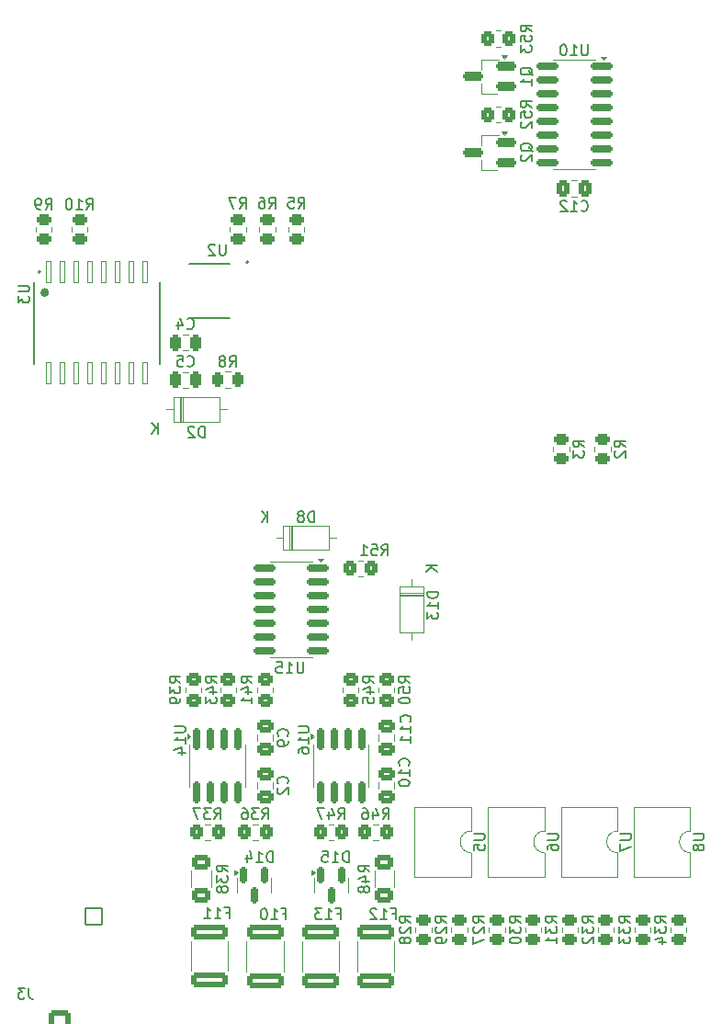
<source format=gbo>
G04 #@! TF.GenerationSoftware,KiCad,Pcbnew,8.0.4*
G04 #@! TF.CreationDate,2024-11-14T12:54:13+07:00*
G04 #@! TF.ProjectId,Ver04,56657230-342e-46b6-9963-61645f706362,rev?*
G04 #@! TF.SameCoordinates,Original*
G04 #@! TF.FileFunction,Legend,Bot*
G04 #@! TF.FilePolarity,Positive*
%FSLAX46Y46*%
G04 Gerber Fmt 4.6, Leading zero omitted, Abs format (unit mm)*
G04 Created by KiCad (PCBNEW 8.0.4) date 2024-11-14 12:54:13*
%MOMM*%
%LPD*%
G01*
G04 APERTURE LIST*
G04 Aperture macros list*
%AMRoundRect*
0 Rectangle with rounded corners*
0 $1 Rounding radius*
0 $2 $3 $4 $5 $6 $7 $8 $9 X,Y pos of 4 corners*
0 Add a 4 corners polygon primitive as box body*
4,1,4,$2,$3,$4,$5,$6,$7,$8,$9,$2,$3,0*
0 Add four circle primitives for the rounded corners*
1,1,$1+$1,$2,$3*
1,1,$1+$1,$4,$5*
1,1,$1+$1,$6,$7*
1,1,$1+$1,$8,$9*
0 Add four rect primitives between the rounded corners*
20,1,$1+$1,$2,$3,$4,$5,0*
20,1,$1+$1,$4,$5,$6,$7,0*
20,1,$1+$1,$6,$7,$8,$9,0*
20,1,$1+$1,$8,$9,$2,$3,0*%
G04 Aperture macros list end*
%ADD10C,0.150000*%
%ADD11C,0.120000*%
%ADD12C,0.127000*%
%ADD13C,0.200000*%
%ADD14C,0.400000*%
%ADD15C,0.203200*%
%ADD16R,1.600000X1.600000*%
%ADD17O,1.600000X1.600000*%
%ADD18R,2.100000X2.100000*%
%ADD19C,2.100000*%
%ADD20C,2.200000*%
%ADD21C,3.200000*%
%ADD22C,1.000000*%
%ADD23RoundRect,0.102000X0.750000X-0.750000X0.750000X0.750000X-0.750000X0.750000X-0.750000X-0.750000X0*%
%ADD24C,1.704000*%
%ADD25RoundRect,0.249999X-0.790001X-1.550001X0.790001X-1.550001X0.790001X1.550001X-0.790001X1.550001X0*%
%ADD26O,2.080000X3.600000*%
%ADD27C,0.900000*%
%ADD28RoundRect,0.249999X0.790001X1.550001X-0.790001X1.550001X-0.790001X-1.550001X0.790001X-1.550001X0*%
%ADD29C,1.600000*%
%ADD30RoundRect,0.250000X-1.450000X0.400000X-1.450000X-0.400000X1.450000X-0.400000X1.450000X0.400000X0*%
%ADD31RoundRect,0.250000X-0.450000X0.350000X-0.450000X-0.350000X0.450000X-0.350000X0.450000X0.350000X0*%
%ADD32RoundRect,0.250000X0.450000X-0.262500X0.450000X0.262500X-0.450000X0.262500X-0.450000X-0.262500X0*%
%ADD33RoundRect,0.250000X-0.625000X0.400000X-0.625000X-0.400000X0.625000X-0.400000X0.625000X0.400000X0*%
%ADD34RoundRect,0.250000X0.250000X0.475000X-0.250000X0.475000X-0.250000X-0.475000X0.250000X-0.475000X0*%
%ADD35RoundRect,0.150000X-0.150000X0.825000X-0.150000X-0.825000X0.150000X-0.825000X0.150000X0.825000X0*%
%ADD36RoundRect,0.250000X0.262500X0.450000X-0.262500X0.450000X-0.262500X-0.450000X0.262500X-0.450000X0*%
%ADD37RoundRect,0.150000X-0.150000X0.587500X-0.150000X-0.587500X0.150000X-0.587500X0.150000X0.587500X0*%
%ADD38RoundRect,0.250000X0.350000X0.450000X-0.350000X0.450000X-0.350000X-0.450000X0.350000X-0.450000X0*%
%ADD39RoundRect,0.250000X-0.450000X0.262500X-0.450000X-0.262500X0.450000X-0.262500X0.450000X0.262500X0*%
%ADD40RoundRect,0.150000X0.850000X0.150000X-0.850000X0.150000X-0.850000X-0.150000X0.850000X-0.150000X0*%
%ADD41RoundRect,0.041300X-0.253700X0.983700X-0.253700X-0.983700X0.253700X-0.983700X0.253700X0.983700X0*%
%ADD42R,1.780000X1.500000*%
%ADD43R,2.200000X0.600000*%
%ADD44RoundRect,0.250000X-0.475000X0.337500X-0.475000X-0.337500X0.475000X-0.337500X0.475000X0.337500X0*%
%ADD45RoundRect,0.200000X0.750000X0.200000X-0.750000X0.200000X-0.750000X-0.200000X0.750000X-0.200000X0*%
%ADD46RoundRect,0.250000X0.625000X-0.400000X0.625000X0.400000X-0.625000X0.400000X-0.625000X-0.400000X0*%
%ADD47RoundRect,0.250000X0.450000X-0.350000X0.450000X0.350000X-0.450000X0.350000X-0.450000X-0.350000X0*%
%ADD48RoundRect,0.150000X0.825000X0.150000X-0.825000X0.150000X-0.825000X-0.150000X0.825000X-0.150000X0*%
%ADD49RoundRect,0.250000X-0.337500X-0.475000X0.337500X-0.475000X0.337500X0.475000X-0.337500X0.475000X0*%
%ADD50RoundRect,0.250000X0.475000X-0.337500X0.475000X0.337500X-0.475000X0.337500X-0.475000X-0.337500X0*%
G04 APERTURE END LIST*
D10*
X44233333Y-144254819D02*
X44233333Y-144969104D01*
X44233333Y-144969104D02*
X44280952Y-145111961D01*
X44280952Y-145111961D02*
X44376190Y-145207200D01*
X44376190Y-145207200D02*
X44519047Y-145254819D01*
X44519047Y-145254819D02*
X44614285Y-145254819D01*
X43852380Y-144254819D02*
X43233333Y-144254819D01*
X43233333Y-144254819D02*
X43566666Y-144635771D01*
X43566666Y-144635771D02*
X43423809Y-144635771D01*
X43423809Y-144635771D02*
X43328571Y-144683390D01*
X43328571Y-144683390D02*
X43280952Y-144731009D01*
X43280952Y-144731009D02*
X43233333Y-144826247D01*
X43233333Y-144826247D02*
X43233333Y-145064342D01*
X43233333Y-145064342D02*
X43280952Y-145159580D01*
X43280952Y-145159580D02*
X43328571Y-145207200D01*
X43328571Y-145207200D02*
X43423809Y-145254819D01*
X43423809Y-145254819D02*
X43709523Y-145254819D01*
X43709523Y-145254819D02*
X43804761Y-145207200D01*
X43804761Y-145207200D02*
X43852380Y-145159580D01*
X67609523Y-137406009D02*
X67942856Y-137406009D01*
X67942856Y-137929819D02*
X67942856Y-136929819D01*
X67942856Y-136929819D02*
X67466666Y-136929819D01*
X66561904Y-137929819D02*
X67133332Y-137929819D01*
X66847618Y-137929819D02*
X66847618Y-136929819D01*
X66847618Y-136929819D02*
X66942856Y-137072676D01*
X66942856Y-137072676D02*
X67038094Y-137167914D01*
X67038094Y-137167914D02*
X67133332Y-137215533D01*
X65942856Y-136929819D02*
X65847618Y-136929819D01*
X65847618Y-136929819D02*
X65752380Y-136977438D01*
X65752380Y-136977438D02*
X65704761Y-137025057D01*
X65704761Y-137025057D02*
X65657142Y-137120295D01*
X65657142Y-137120295D02*
X65609523Y-137310771D01*
X65609523Y-137310771D02*
X65609523Y-137548866D01*
X65609523Y-137548866D02*
X65657142Y-137739342D01*
X65657142Y-137739342D02*
X65704761Y-137834580D01*
X65704761Y-137834580D02*
X65752380Y-137882200D01*
X65752380Y-137882200D02*
X65847618Y-137929819D01*
X65847618Y-137929819D02*
X65942856Y-137929819D01*
X65942856Y-137929819D02*
X66038094Y-137882200D01*
X66038094Y-137882200D02*
X66085713Y-137834580D01*
X66085713Y-137834580D02*
X66133332Y-137739342D01*
X66133332Y-137739342D02*
X66180951Y-137548866D01*
X66180951Y-137548866D02*
X66180951Y-137310771D01*
X66180951Y-137310771D02*
X66133332Y-137120295D01*
X66133332Y-137120295D02*
X66085713Y-137025057D01*
X66085713Y-137025057D02*
X66038094Y-136977438D01*
X66038094Y-136977438D02*
X65942856Y-136929819D01*
X77709523Y-137406009D02*
X78042856Y-137406009D01*
X78042856Y-137929819D02*
X78042856Y-136929819D01*
X78042856Y-136929819D02*
X77566666Y-136929819D01*
X76661904Y-137929819D02*
X77233332Y-137929819D01*
X76947618Y-137929819D02*
X76947618Y-136929819D01*
X76947618Y-136929819D02*
X77042856Y-137072676D01*
X77042856Y-137072676D02*
X77138094Y-137167914D01*
X77138094Y-137167914D02*
X77233332Y-137215533D01*
X76280951Y-137025057D02*
X76233332Y-136977438D01*
X76233332Y-136977438D02*
X76138094Y-136929819D01*
X76138094Y-136929819D02*
X75899999Y-136929819D01*
X75899999Y-136929819D02*
X75804761Y-136977438D01*
X75804761Y-136977438D02*
X75757142Y-137025057D01*
X75757142Y-137025057D02*
X75709523Y-137120295D01*
X75709523Y-137120295D02*
X75709523Y-137215533D01*
X75709523Y-137215533D02*
X75757142Y-137358390D01*
X75757142Y-137358390D02*
X76328570Y-137929819D01*
X76328570Y-137929819D02*
X75709523Y-137929819D01*
X64804819Y-116157142D02*
X64328628Y-115823809D01*
X64804819Y-115585714D02*
X63804819Y-115585714D01*
X63804819Y-115585714D02*
X63804819Y-115966666D01*
X63804819Y-115966666D02*
X63852438Y-116061904D01*
X63852438Y-116061904D02*
X63900057Y-116109523D01*
X63900057Y-116109523D02*
X63995295Y-116157142D01*
X63995295Y-116157142D02*
X64138152Y-116157142D01*
X64138152Y-116157142D02*
X64233390Y-116109523D01*
X64233390Y-116109523D02*
X64281009Y-116061904D01*
X64281009Y-116061904D02*
X64328628Y-115966666D01*
X64328628Y-115966666D02*
X64328628Y-115585714D01*
X64138152Y-117014285D02*
X64804819Y-117014285D01*
X63757200Y-116776190D02*
X64471485Y-116538095D01*
X64471485Y-116538095D02*
X64471485Y-117157142D01*
X64804819Y-118061904D02*
X64804819Y-117490476D01*
X64804819Y-117776190D02*
X63804819Y-117776190D01*
X63804819Y-117776190D02*
X63947676Y-117680952D01*
X63947676Y-117680952D02*
X64042914Y-117585714D01*
X64042914Y-117585714D02*
X64090533Y-117490476D01*
X69066666Y-72442319D02*
X69399999Y-71966128D01*
X69638094Y-72442319D02*
X69638094Y-71442319D01*
X69638094Y-71442319D02*
X69257142Y-71442319D01*
X69257142Y-71442319D02*
X69161904Y-71489938D01*
X69161904Y-71489938D02*
X69114285Y-71537557D01*
X69114285Y-71537557D02*
X69066666Y-71632795D01*
X69066666Y-71632795D02*
X69066666Y-71775652D01*
X69066666Y-71775652D02*
X69114285Y-71870890D01*
X69114285Y-71870890D02*
X69161904Y-71918509D01*
X69161904Y-71918509D02*
X69257142Y-71966128D01*
X69257142Y-71966128D02*
X69638094Y-71966128D01*
X68161904Y-71442319D02*
X68638094Y-71442319D01*
X68638094Y-71442319D02*
X68685713Y-71918509D01*
X68685713Y-71918509D02*
X68638094Y-71870890D01*
X68638094Y-71870890D02*
X68542856Y-71823271D01*
X68542856Y-71823271D02*
X68304761Y-71823271D01*
X68304761Y-71823271D02*
X68209523Y-71870890D01*
X68209523Y-71870890D02*
X68161904Y-71918509D01*
X68161904Y-71918509D02*
X68114285Y-72013747D01*
X68114285Y-72013747D02*
X68114285Y-72251842D01*
X68114285Y-72251842D02*
X68161904Y-72347080D01*
X68161904Y-72347080D02*
X68209523Y-72394700D01*
X68209523Y-72394700D02*
X68304761Y-72442319D01*
X68304761Y-72442319D02*
X68542856Y-72442319D01*
X68542856Y-72442319D02*
X68638094Y-72394700D01*
X68638094Y-72394700D02*
X68685713Y-72347080D01*
X75634819Y-133557142D02*
X75158628Y-133223809D01*
X75634819Y-132985714D02*
X74634819Y-132985714D01*
X74634819Y-132985714D02*
X74634819Y-133366666D01*
X74634819Y-133366666D02*
X74682438Y-133461904D01*
X74682438Y-133461904D02*
X74730057Y-133509523D01*
X74730057Y-133509523D02*
X74825295Y-133557142D01*
X74825295Y-133557142D02*
X74968152Y-133557142D01*
X74968152Y-133557142D02*
X75063390Y-133509523D01*
X75063390Y-133509523D02*
X75111009Y-133461904D01*
X75111009Y-133461904D02*
X75158628Y-133366666D01*
X75158628Y-133366666D02*
X75158628Y-132985714D01*
X74968152Y-134414285D02*
X75634819Y-134414285D01*
X74587200Y-134176190D02*
X75301485Y-133938095D01*
X75301485Y-133938095D02*
X75301485Y-134557142D01*
X75063390Y-135080952D02*
X75015771Y-134985714D01*
X75015771Y-134985714D02*
X74968152Y-134938095D01*
X74968152Y-134938095D02*
X74872914Y-134890476D01*
X74872914Y-134890476D02*
X74825295Y-134890476D01*
X74825295Y-134890476D02*
X74730057Y-134938095D01*
X74730057Y-134938095D02*
X74682438Y-134985714D01*
X74682438Y-134985714D02*
X74634819Y-135080952D01*
X74634819Y-135080952D02*
X74634819Y-135271428D01*
X74634819Y-135271428D02*
X74682438Y-135366666D01*
X74682438Y-135366666D02*
X74730057Y-135414285D01*
X74730057Y-135414285D02*
X74825295Y-135461904D01*
X74825295Y-135461904D02*
X74872914Y-135461904D01*
X74872914Y-135461904D02*
X74968152Y-135414285D01*
X74968152Y-135414285D02*
X75015771Y-135366666D01*
X75015771Y-135366666D02*
X75063390Y-135271428D01*
X75063390Y-135271428D02*
X75063390Y-135080952D01*
X75063390Y-135080952D02*
X75111009Y-134985714D01*
X75111009Y-134985714D02*
X75158628Y-134938095D01*
X75158628Y-134938095D02*
X75253866Y-134890476D01*
X75253866Y-134890476D02*
X75444342Y-134890476D01*
X75444342Y-134890476D02*
X75539580Y-134938095D01*
X75539580Y-134938095D02*
X75587200Y-134985714D01*
X75587200Y-134985714D02*
X75634819Y-135080952D01*
X75634819Y-135080952D02*
X75634819Y-135271428D01*
X75634819Y-135271428D02*
X75587200Y-135366666D01*
X75587200Y-135366666D02*
X75539580Y-135414285D01*
X75539580Y-135414285D02*
X75444342Y-135461904D01*
X75444342Y-135461904D02*
X75253866Y-135461904D01*
X75253866Y-135461904D02*
X75158628Y-135414285D01*
X75158628Y-135414285D02*
X75111009Y-135366666D01*
X75111009Y-135366666D02*
X75063390Y-135271428D01*
X81954819Y-107785714D02*
X80954819Y-107785714D01*
X80954819Y-107785714D02*
X80954819Y-108023809D01*
X80954819Y-108023809D02*
X81002438Y-108166666D01*
X81002438Y-108166666D02*
X81097676Y-108261904D01*
X81097676Y-108261904D02*
X81192914Y-108309523D01*
X81192914Y-108309523D02*
X81383390Y-108357142D01*
X81383390Y-108357142D02*
X81526247Y-108357142D01*
X81526247Y-108357142D02*
X81716723Y-108309523D01*
X81716723Y-108309523D02*
X81811961Y-108261904D01*
X81811961Y-108261904D02*
X81907200Y-108166666D01*
X81907200Y-108166666D02*
X81954819Y-108023809D01*
X81954819Y-108023809D02*
X81954819Y-107785714D01*
X81954819Y-109309523D02*
X81954819Y-108738095D01*
X81954819Y-109023809D02*
X80954819Y-109023809D01*
X80954819Y-109023809D02*
X81097676Y-108928571D01*
X81097676Y-108928571D02*
X81192914Y-108833333D01*
X81192914Y-108833333D02*
X81240533Y-108738095D01*
X80954819Y-109642857D02*
X80954819Y-110261904D01*
X80954819Y-110261904D02*
X81335771Y-109928571D01*
X81335771Y-109928571D02*
X81335771Y-110071428D01*
X81335771Y-110071428D02*
X81383390Y-110166666D01*
X81383390Y-110166666D02*
X81431009Y-110214285D01*
X81431009Y-110214285D02*
X81526247Y-110261904D01*
X81526247Y-110261904D02*
X81764342Y-110261904D01*
X81764342Y-110261904D02*
X81859580Y-110214285D01*
X81859580Y-110214285D02*
X81907200Y-110166666D01*
X81907200Y-110166666D02*
X81954819Y-110071428D01*
X81954819Y-110071428D02*
X81954819Y-109785714D01*
X81954819Y-109785714D02*
X81907200Y-109690476D01*
X81907200Y-109690476D02*
X81859580Y-109642857D01*
X81854819Y-105328095D02*
X80854819Y-105328095D01*
X81854819Y-105899523D02*
X81283390Y-105470952D01*
X80854819Y-105899523D02*
X81426247Y-105328095D01*
X62409523Y-137331009D02*
X62742856Y-137331009D01*
X62742856Y-137854819D02*
X62742856Y-136854819D01*
X62742856Y-136854819D02*
X62266666Y-136854819D01*
X61361904Y-137854819D02*
X61933332Y-137854819D01*
X61647618Y-137854819D02*
X61647618Y-136854819D01*
X61647618Y-136854819D02*
X61742856Y-136997676D01*
X61742856Y-136997676D02*
X61838094Y-137092914D01*
X61838094Y-137092914D02*
X61933332Y-137140533D01*
X60409523Y-137854819D02*
X60980951Y-137854819D01*
X60695237Y-137854819D02*
X60695237Y-136854819D01*
X60695237Y-136854819D02*
X60790475Y-136997676D01*
X60790475Y-136997676D02*
X60885713Y-137092914D01*
X60885713Y-137092914D02*
X60980951Y-137140533D01*
X58831666Y-86924580D02*
X58879285Y-86972200D01*
X58879285Y-86972200D02*
X59022142Y-87019819D01*
X59022142Y-87019819D02*
X59117380Y-87019819D01*
X59117380Y-87019819D02*
X59260237Y-86972200D01*
X59260237Y-86972200D02*
X59355475Y-86876961D01*
X59355475Y-86876961D02*
X59403094Y-86781723D01*
X59403094Y-86781723D02*
X59450713Y-86591247D01*
X59450713Y-86591247D02*
X59450713Y-86448390D01*
X59450713Y-86448390D02*
X59403094Y-86257914D01*
X59403094Y-86257914D02*
X59355475Y-86162676D01*
X59355475Y-86162676D02*
X59260237Y-86067438D01*
X59260237Y-86067438D02*
X59117380Y-86019819D01*
X59117380Y-86019819D02*
X59022142Y-86019819D01*
X59022142Y-86019819D02*
X58879285Y-86067438D01*
X58879285Y-86067438D02*
X58831666Y-86115057D01*
X57926904Y-86019819D02*
X58403094Y-86019819D01*
X58403094Y-86019819D02*
X58450713Y-86496009D01*
X58450713Y-86496009D02*
X58403094Y-86448390D01*
X58403094Y-86448390D02*
X58307856Y-86400771D01*
X58307856Y-86400771D02*
X58069761Y-86400771D01*
X58069761Y-86400771D02*
X57974523Y-86448390D01*
X57974523Y-86448390D02*
X57926904Y-86496009D01*
X57926904Y-86496009D02*
X57879285Y-86591247D01*
X57879285Y-86591247D02*
X57879285Y-86829342D01*
X57879285Y-86829342D02*
X57926904Y-86924580D01*
X57926904Y-86924580D02*
X57974523Y-86972200D01*
X57974523Y-86972200D02*
X58069761Y-87019819D01*
X58069761Y-87019819D02*
X58307856Y-87019819D01*
X58307856Y-87019819D02*
X58403094Y-86972200D01*
X58403094Y-86972200D02*
X58450713Y-86924580D01*
X57654819Y-120161905D02*
X58464342Y-120161905D01*
X58464342Y-120161905D02*
X58559580Y-120209524D01*
X58559580Y-120209524D02*
X58607200Y-120257143D01*
X58607200Y-120257143D02*
X58654819Y-120352381D01*
X58654819Y-120352381D02*
X58654819Y-120542857D01*
X58654819Y-120542857D02*
X58607200Y-120638095D01*
X58607200Y-120638095D02*
X58559580Y-120685714D01*
X58559580Y-120685714D02*
X58464342Y-120733333D01*
X58464342Y-120733333D02*
X57654819Y-120733333D01*
X58654819Y-121733333D02*
X58654819Y-121161905D01*
X58654819Y-121447619D02*
X57654819Y-121447619D01*
X57654819Y-121447619D02*
X57797676Y-121352381D01*
X57797676Y-121352381D02*
X57892914Y-121257143D01*
X57892914Y-121257143D02*
X57940533Y-121161905D01*
X57988152Y-122590476D02*
X58654819Y-122590476D01*
X57607200Y-122352381D02*
X58321485Y-122114286D01*
X58321485Y-122114286D02*
X58321485Y-122733333D01*
X102954819Y-138247142D02*
X102478628Y-137913809D01*
X102954819Y-137675714D02*
X101954819Y-137675714D01*
X101954819Y-137675714D02*
X101954819Y-138056666D01*
X101954819Y-138056666D02*
X102002438Y-138151904D01*
X102002438Y-138151904D02*
X102050057Y-138199523D01*
X102050057Y-138199523D02*
X102145295Y-138247142D01*
X102145295Y-138247142D02*
X102288152Y-138247142D01*
X102288152Y-138247142D02*
X102383390Y-138199523D01*
X102383390Y-138199523D02*
X102431009Y-138151904D01*
X102431009Y-138151904D02*
X102478628Y-138056666D01*
X102478628Y-138056666D02*
X102478628Y-137675714D01*
X101954819Y-138580476D02*
X101954819Y-139199523D01*
X101954819Y-139199523D02*
X102335771Y-138866190D01*
X102335771Y-138866190D02*
X102335771Y-139009047D01*
X102335771Y-139009047D02*
X102383390Y-139104285D01*
X102383390Y-139104285D02*
X102431009Y-139151904D01*
X102431009Y-139151904D02*
X102526247Y-139199523D01*
X102526247Y-139199523D02*
X102764342Y-139199523D01*
X102764342Y-139199523D02*
X102859580Y-139151904D01*
X102859580Y-139151904D02*
X102907200Y-139104285D01*
X102907200Y-139104285D02*
X102954819Y-139009047D01*
X102954819Y-139009047D02*
X102954819Y-138723333D01*
X102954819Y-138723333D02*
X102907200Y-138628095D01*
X102907200Y-138628095D02*
X102859580Y-138580476D01*
X102288152Y-140056666D02*
X102954819Y-140056666D01*
X101907200Y-139818571D02*
X102621485Y-139580476D01*
X102621485Y-139580476D02*
X102621485Y-140199523D01*
X62726666Y-87037819D02*
X63059999Y-86561628D01*
X63298094Y-87037819D02*
X63298094Y-86037819D01*
X63298094Y-86037819D02*
X62917142Y-86037819D01*
X62917142Y-86037819D02*
X62821904Y-86085438D01*
X62821904Y-86085438D02*
X62774285Y-86133057D01*
X62774285Y-86133057D02*
X62726666Y-86228295D01*
X62726666Y-86228295D02*
X62726666Y-86371152D01*
X62726666Y-86371152D02*
X62774285Y-86466390D01*
X62774285Y-86466390D02*
X62821904Y-86514009D01*
X62821904Y-86514009D02*
X62917142Y-86561628D01*
X62917142Y-86561628D02*
X63298094Y-86561628D01*
X62155237Y-86466390D02*
X62250475Y-86418771D01*
X62250475Y-86418771D02*
X62298094Y-86371152D01*
X62298094Y-86371152D02*
X62345713Y-86275914D01*
X62345713Y-86275914D02*
X62345713Y-86228295D01*
X62345713Y-86228295D02*
X62298094Y-86133057D01*
X62298094Y-86133057D02*
X62250475Y-86085438D01*
X62250475Y-86085438D02*
X62155237Y-86037819D01*
X62155237Y-86037819D02*
X61964761Y-86037819D01*
X61964761Y-86037819D02*
X61869523Y-86085438D01*
X61869523Y-86085438D02*
X61821904Y-86133057D01*
X61821904Y-86133057D02*
X61774285Y-86228295D01*
X61774285Y-86228295D02*
X61774285Y-86275914D01*
X61774285Y-86275914D02*
X61821904Y-86371152D01*
X61821904Y-86371152D02*
X61869523Y-86418771D01*
X61869523Y-86418771D02*
X61964761Y-86466390D01*
X61964761Y-86466390D02*
X62155237Y-86466390D01*
X62155237Y-86466390D02*
X62250475Y-86514009D01*
X62250475Y-86514009D02*
X62298094Y-86561628D01*
X62298094Y-86561628D02*
X62345713Y-86656866D01*
X62345713Y-86656866D02*
X62345713Y-86847342D01*
X62345713Y-86847342D02*
X62298094Y-86942580D01*
X62298094Y-86942580D02*
X62250475Y-86990200D01*
X62250475Y-86990200D02*
X62155237Y-87037819D01*
X62155237Y-87037819D02*
X61964761Y-87037819D01*
X61964761Y-87037819D02*
X61869523Y-86990200D01*
X61869523Y-86990200D02*
X61821904Y-86942580D01*
X61821904Y-86942580D02*
X61774285Y-86847342D01*
X61774285Y-86847342D02*
X61774285Y-86656866D01*
X61774285Y-86656866D02*
X61821904Y-86561628D01*
X61821904Y-86561628D02*
X61869523Y-86514009D01*
X61869523Y-86514009D02*
X61964761Y-86466390D01*
X66366666Y-72454819D02*
X66699999Y-71978628D01*
X66938094Y-72454819D02*
X66938094Y-71454819D01*
X66938094Y-71454819D02*
X66557142Y-71454819D01*
X66557142Y-71454819D02*
X66461904Y-71502438D01*
X66461904Y-71502438D02*
X66414285Y-71550057D01*
X66414285Y-71550057D02*
X66366666Y-71645295D01*
X66366666Y-71645295D02*
X66366666Y-71788152D01*
X66366666Y-71788152D02*
X66414285Y-71883390D01*
X66414285Y-71883390D02*
X66461904Y-71931009D01*
X66461904Y-71931009D02*
X66557142Y-71978628D01*
X66557142Y-71978628D02*
X66938094Y-71978628D01*
X65509523Y-71454819D02*
X65699999Y-71454819D01*
X65699999Y-71454819D02*
X65795237Y-71502438D01*
X65795237Y-71502438D02*
X65842856Y-71550057D01*
X65842856Y-71550057D02*
X65938094Y-71692914D01*
X65938094Y-71692914D02*
X65985713Y-71883390D01*
X65985713Y-71883390D02*
X65985713Y-72264342D01*
X65985713Y-72264342D02*
X65938094Y-72359580D01*
X65938094Y-72359580D02*
X65890475Y-72407200D01*
X65890475Y-72407200D02*
X65795237Y-72454819D01*
X65795237Y-72454819D02*
X65604761Y-72454819D01*
X65604761Y-72454819D02*
X65509523Y-72407200D01*
X65509523Y-72407200D02*
X65461904Y-72359580D01*
X65461904Y-72359580D02*
X65414285Y-72264342D01*
X65414285Y-72264342D02*
X65414285Y-72026247D01*
X65414285Y-72026247D02*
X65461904Y-71931009D01*
X65461904Y-71931009D02*
X65509523Y-71883390D01*
X65509523Y-71883390D02*
X65604761Y-71835771D01*
X65604761Y-71835771D02*
X65795237Y-71835771D01*
X65795237Y-71835771D02*
X65890475Y-71883390D01*
X65890475Y-71883390D02*
X65938094Y-71931009D01*
X65938094Y-71931009D02*
X65985713Y-72026247D01*
X73714285Y-132654819D02*
X73714285Y-131654819D01*
X73714285Y-131654819D02*
X73476190Y-131654819D01*
X73476190Y-131654819D02*
X73333333Y-131702438D01*
X73333333Y-131702438D02*
X73238095Y-131797676D01*
X73238095Y-131797676D02*
X73190476Y-131892914D01*
X73190476Y-131892914D02*
X73142857Y-132083390D01*
X73142857Y-132083390D02*
X73142857Y-132226247D01*
X73142857Y-132226247D02*
X73190476Y-132416723D01*
X73190476Y-132416723D02*
X73238095Y-132511961D01*
X73238095Y-132511961D02*
X73333333Y-132607200D01*
X73333333Y-132607200D02*
X73476190Y-132654819D01*
X73476190Y-132654819D02*
X73714285Y-132654819D01*
X72190476Y-132654819D02*
X72761904Y-132654819D01*
X72476190Y-132654819D02*
X72476190Y-131654819D01*
X72476190Y-131654819D02*
X72571428Y-131797676D01*
X72571428Y-131797676D02*
X72666666Y-131892914D01*
X72666666Y-131892914D02*
X72761904Y-131940533D01*
X71285714Y-131654819D02*
X71761904Y-131654819D01*
X71761904Y-131654819D02*
X71809523Y-132131009D01*
X71809523Y-132131009D02*
X71761904Y-132083390D01*
X71761904Y-132083390D02*
X71666666Y-132035771D01*
X71666666Y-132035771D02*
X71428571Y-132035771D01*
X71428571Y-132035771D02*
X71333333Y-132083390D01*
X71333333Y-132083390D02*
X71285714Y-132131009D01*
X71285714Y-132131009D02*
X71238095Y-132226247D01*
X71238095Y-132226247D02*
X71238095Y-132464342D01*
X71238095Y-132464342D02*
X71285714Y-132559580D01*
X71285714Y-132559580D02*
X71333333Y-132607200D01*
X71333333Y-132607200D02*
X71428571Y-132654819D01*
X71428571Y-132654819D02*
X71666666Y-132654819D01*
X71666666Y-132654819D02*
X71761904Y-132607200D01*
X71761904Y-132607200D02*
X71809523Y-132559580D01*
X72742857Y-128704819D02*
X73076190Y-128228628D01*
X73314285Y-128704819D02*
X73314285Y-127704819D01*
X73314285Y-127704819D02*
X72933333Y-127704819D01*
X72933333Y-127704819D02*
X72838095Y-127752438D01*
X72838095Y-127752438D02*
X72790476Y-127800057D01*
X72790476Y-127800057D02*
X72742857Y-127895295D01*
X72742857Y-127895295D02*
X72742857Y-128038152D01*
X72742857Y-128038152D02*
X72790476Y-128133390D01*
X72790476Y-128133390D02*
X72838095Y-128181009D01*
X72838095Y-128181009D02*
X72933333Y-128228628D01*
X72933333Y-128228628D02*
X73314285Y-128228628D01*
X71885714Y-128038152D02*
X71885714Y-128704819D01*
X72123809Y-127657200D02*
X72361904Y-128371485D01*
X72361904Y-128371485D02*
X71742857Y-128371485D01*
X71457142Y-127704819D02*
X70790476Y-127704819D01*
X70790476Y-127704819D02*
X71219047Y-128704819D01*
X90554819Y-63157142D02*
X90078628Y-62823809D01*
X90554819Y-62585714D02*
X89554819Y-62585714D01*
X89554819Y-62585714D02*
X89554819Y-62966666D01*
X89554819Y-62966666D02*
X89602438Y-63061904D01*
X89602438Y-63061904D02*
X89650057Y-63109523D01*
X89650057Y-63109523D02*
X89745295Y-63157142D01*
X89745295Y-63157142D02*
X89888152Y-63157142D01*
X89888152Y-63157142D02*
X89983390Y-63109523D01*
X89983390Y-63109523D02*
X90031009Y-63061904D01*
X90031009Y-63061904D02*
X90078628Y-62966666D01*
X90078628Y-62966666D02*
X90078628Y-62585714D01*
X89554819Y-64061904D02*
X89554819Y-63585714D01*
X89554819Y-63585714D02*
X90031009Y-63538095D01*
X90031009Y-63538095D02*
X89983390Y-63585714D01*
X89983390Y-63585714D02*
X89935771Y-63680952D01*
X89935771Y-63680952D02*
X89935771Y-63919047D01*
X89935771Y-63919047D02*
X89983390Y-64014285D01*
X89983390Y-64014285D02*
X90031009Y-64061904D01*
X90031009Y-64061904D02*
X90126247Y-64109523D01*
X90126247Y-64109523D02*
X90364342Y-64109523D01*
X90364342Y-64109523D02*
X90459580Y-64061904D01*
X90459580Y-64061904D02*
X90507200Y-64014285D01*
X90507200Y-64014285D02*
X90554819Y-63919047D01*
X90554819Y-63919047D02*
X90554819Y-63680952D01*
X90554819Y-63680952D02*
X90507200Y-63585714D01*
X90507200Y-63585714D02*
X90459580Y-63538095D01*
X89650057Y-64490476D02*
X89602438Y-64538095D01*
X89602438Y-64538095D02*
X89554819Y-64633333D01*
X89554819Y-64633333D02*
X89554819Y-64871428D01*
X89554819Y-64871428D02*
X89602438Y-64966666D01*
X89602438Y-64966666D02*
X89650057Y-65014285D01*
X89650057Y-65014285D02*
X89745295Y-65061904D01*
X89745295Y-65061904D02*
X89840533Y-65061904D01*
X89840533Y-65061904D02*
X89983390Y-65014285D01*
X89983390Y-65014285D02*
X90554819Y-64442857D01*
X90554819Y-64442857D02*
X90554819Y-65061904D01*
X76742857Y-104404819D02*
X77076190Y-103928628D01*
X77314285Y-104404819D02*
X77314285Y-103404819D01*
X77314285Y-103404819D02*
X76933333Y-103404819D01*
X76933333Y-103404819D02*
X76838095Y-103452438D01*
X76838095Y-103452438D02*
X76790476Y-103500057D01*
X76790476Y-103500057D02*
X76742857Y-103595295D01*
X76742857Y-103595295D02*
X76742857Y-103738152D01*
X76742857Y-103738152D02*
X76790476Y-103833390D01*
X76790476Y-103833390D02*
X76838095Y-103881009D01*
X76838095Y-103881009D02*
X76933333Y-103928628D01*
X76933333Y-103928628D02*
X77314285Y-103928628D01*
X75838095Y-103404819D02*
X76314285Y-103404819D01*
X76314285Y-103404819D02*
X76361904Y-103881009D01*
X76361904Y-103881009D02*
X76314285Y-103833390D01*
X76314285Y-103833390D02*
X76219047Y-103785771D01*
X76219047Y-103785771D02*
X75980952Y-103785771D01*
X75980952Y-103785771D02*
X75885714Y-103833390D01*
X75885714Y-103833390D02*
X75838095Y-103881009D01*
X75838095Y-103881009D02*
X75790476Y-103976247D01*
X75790476Y-103976247D02*
X75790476Y-104214342D01*
X75790476Y-104214342D02*
X75838095Y-104309580D01*
X75838095Y-104309580D02*
X75885714Y-104357200D01*
X75885714Y-104357200D02*
X75980952Y-104404819D01*
X75980952Y-104404819D02*
X76219047Y-104404819D01*
X76219047Y-104404819D02*
X76314285Y-104357200D01*
X76314285Y-104357200D02*
X76361904Y-104309580D01*
X74838095Y-104404819D02*
X75409523Y-104404819D01*
X75123809Y-104404819D02*
X75123809Y-103404819D01*
X75123809Y-103404819D02*
X75219047Y-103547676D01*
X75219047Y-103547676D02*
X75314285Y-103642914D01*
X75314285Y-103642914D02*
X75409523Y-103690533D01*
X49542857Y-72554819D02*
X49876190Y-72078628D01*
X50114285Y-72554819D02*
X50114285Y-71554819D01*
X50114285Y-71554819D02*
X49733333Y-71554819D01*
X49733333Y-71554819D02*
X49638095Y-71602438D01*
X49638095Y-71602438D02*
X49590476Y-71650057D01*
X49590476Y-71650057D02*
X49542857Y-71745295D01*
X49542857Y-71745295D02*
X49542857Y-71888152D01*
X49542857Y-71888152D02*
X49590476Y-71983390D01*
X49590476Y-71983390D02*
X49638095Y-72031009D01*
X49638095Y-72031009D02*
X49733333Y-72078628D01*
X49733333Y-72078628D02*
X50114285Y-72078628D01*
X48590476Y-72554819D02*
X49161904Y-72554819D01*
X48876190Y-72554819D02*
X48876190Y-71554819D01*
X48876190Y-71554819D02*
X48971428Y-71697676D01*
X48971428Y-71697676D02*
X49066666Y-71792914D01*
X49066666Y-71792914D02*
X49161904Y-71840533D01*
X47971428Y-71554819D02*
X47876190Y-71554819D01*
X47876190Y-71554819D02*
X47780952Y-71602438D01*
X47780952Y-71602438D02*
X47733333Y-71650057D01*
X47733333Y-71650057D02*
X47685714Y-71745295D01*
X47685714Y-71745295D02*
X47638095Y-71935771D01*
X47638095Y-71935771D02*
X47638095Y-72173866D01*
X47638095Y-72173866D02*
X47685714Y-72364342D01*
X47685714Y-72364342D02*
X47733333Y-72459580D01*
X47733333Y-72459580D02*
X47780952Y-72507200D01*
X47780952Y-72507200D02*
X47876190Y-72554819D01*
X47876190Y-72554819D02*
X47971428Y-72554819D01*
X47971428Y-72554819D02*
X48066666Y-72507200D01*
X48066666Y-72507200D02*
X48114285Y-72459580D01*
X48114285Y-72459580D02*
X48161904Y-72364342D01*
X48161904Y-72364342D02*
X48209523Y-72173866D01*
X48209523Y-72173866D02*
X48209523Y-71935771D01*
X48209523Y-71935771D02*
X48161904Y-71745295D01*
X48161904Y-71745295D02*
X48114285Y-71650057D01*
X48114285Y-71650057D02*
X48066666Y-71602438D01*
X48066666Y-71602438D02*
X47971428Y-71554819D01*
X95738094Y-57354819D02*
X95738094Y-58164342D01*
X95738094Y-58164342D02*
X95690475Y-58259580D01*
X95690475Y-58259580D02*
X95642856Y-58307200D01*
X95642856Y-58307200D02*
X95547618Y-58354819D01*
X95547618Y-58354819D02*
X95357142Y-58354819D01*
X95357142Y-58354819D02*
X95261904Y-58307200D01*
X95261904Y-58307200D02*
X95214285Y-58259580D01*
X95214285Y-58259580D02*
X95166666Y-58164342D01*
X95166666Y-58164342D02*
X95166666Y-57354819D01*
X94166666Y-58354819D02*
X94738094Y-58354819D01*
X94452380Y-58354819D02*
X94452380Y-57354819D01*
X94452380Y-57354819D02*
X94547618Y-57497676D01*
X94547618Y-57497676D02*
X94642856Y-57592914D01*
X94642856Y-57592914D02*
X94738094Y-57640533D01*
X93547618Y-57354819D02*
X93452380Y-57354819D01*
X93452380Y-57354819D02*
X93357142Y-57402438D01*
X93357142Y-57402438D02*
X93309523Y-57450057D01*
X93309523Y-57450057D02*
X93261904Y-57545295D01*
X93261904Y-57545295D02*
X93214285Y-57735771D01*
X93214285Y-57735771D02*
X93214285Y-57973866D01*
X93214285Y-57973866D02*
X93261904Y-58164342D01*
X93261904Y-58164342D02*
X93309523Y-58259580D01*
X93309523Y-58259580D02*
X93357142Y-58307200D01*
X93357142Y-58307200D02*
X93452380Y-58354819D01*
X93452380Y-58354819D02*
X93547618Y-58354819D01*
X93547618Y-58354819D02*
X93642856Y-58307200D01*
X93642856Y-58307200D02*
X93690475Y-58259580D01*
X93690475Y-58259580D02*
X93738094Y-58164342D01*
X93738094Y-58164342D02*
X93785713Y-57973866D01*
X93785713Y-57973866D02*
X93785713Y-57735771D01*
X93785713Y-57735771D02*
X93738094Y-57545295D01*
X93738094Y-57545295D02*
X93690475Y-57450057D01*
X93690475Y-57450057D02*
X93642856Y-57402438D01*
X93642856Y-57402438D02*
X93547618Y-57354819D01*
X76054819Y-116157142D02*
X75578628Y-115823809D01*
X76054819Y-115585714D02*
X75054819Y-115585714D01*
X75054819Y-115585714D02*
X75054819Y-115966666D01*
X75054819Y-115966666D02*
X75102438Y-116061904D01*
X75102438Y-116061904D02*
X75150057Y-116109523D01*
X75150057Y-116109523D02*
X75245295Y-116157142D01*
X75245295Y-116157142D02*
X75388152Y-116157142D01*
X75388152Y-116157142D02*
X75483390Y-116109523D01*
X75483390Y-116109523D02*
X75531009Y-116061904D01*
X75531009Y-116061904D02*
X75578628Y-115966666D01*
X75578628Y-115966666D02*
X75578628Y-115585714D01*
X75388152Y-117014285D02*
X76054819Y-117014285D01*
X75007200Y-116776190D02*
X75721485Y-116538095D01*
X75721485Y-116538095D02*
X75721485Y-117157142D01*
X75054819Y-118014285D02*
X75054819Y-117538095D01*
X75054819Y-117538095D02*
X75531009Y-117490476D01*
X75531009Y-117490476D02*
X75483390Y-117538095D01*
X75483390Y-117538095D02*
X75435771Y-117633333D01*
X75435771Y-117633333D02*
X75435771Y-117871428D01*
X75435771Y-117871428D02*
X75483390Y-117966666D01*
X75483390Y-117966666D02*
X75531009Y-118014285D01*
X75531009Y-118014285D02*
X75626247Y-118061904D01*
X75626247Y-118061904D02*
X75864342Y-118061904D01*
X75864342Y-118061904D02*
X75959580Y-118014285D01*
X75959580Y-118014285D02*
X76007200Y-117966666D01*
X76007200Y-117966666D02*
X76054819Y-117871428D01*
X76054819Y-117871428D02*
X76054819Y-117633333D01*
X76054819Y-117633333D02*
X76007200Y-117538095D01*
X76007200Y-117538095D02*
X75959580Y-117490476D01*
X96254819Y-138257142D02*
X95778628Y-137923809D01*
X96254819Y-137685714D02*
X95254819Y-137685714D01*
X95254819Y-137685714D02*
X95254819Y-138066666D01*
X95254819Y-138066666D02*
X95302438Y-138161904D01*
X95302438Y-138161904D02*
X95350057Y-138209523D01*
X95350057Y-138209523D02*
X95445295Y-138257142D01*
X95445295Y-138257142D02*
X95588152Y-138257142D01*
X95588152Y-138257142D02*
X95683390Y-138209523D01*
X95683390Y-138209523D02*
X95731009Y-138161904D01*
X95731009Y-138161904D02*
X95778628Y-138066666D01*
X95778628Y-138066666D02*
X95778628Y-137685714D01*
X95254819Y-138590476D02*
X95254819Y-139209523D01*
X95254819Y-139209523D02*
X95635771Y-138876190D01*
X95635771Y-138876190D02*
X95635771Y-139019047D01*
X95635771Y-139019047D02*
X95683390Y-139114285D01*
X95683390Y-139114285D02*
X95731009Y-139161904D01*
X95731009Y-139161904D02*
X95826247Y-139209523D01*
X95826247Y-139209523D02*
X96064342Y-139209523D01*
X96064342Y-139209523D02*
X96159580Y-139161904D01*
X96159580Y-139161904D02*
X96207200Y-139114285D01*
X96207200Y-139114285D02*
X96254819Y-139019047D01*
X96254819Y-139019047D02*
X96254819Y-138733333D01*
X96254819Y-138733333D02*
X96207200Y-138638095D01*
X96207200Y-138638095D02*
X96159580Y-138590476D01*
X95350057Y-139590476D02*
X95302438Y-139638095D01*
X95302438Y-139638095D02*
X95254819Y-139733333D01*
X95254819Y-139733333D02*
X95254819Y-139971428D01*
X95254819Y-139971428D02*
X95302438Y-140066666D01*
X95302438Y-140066666D02*
X95350057Y-140114285D01*
X95350057Y-140114285D02*
X95445295Y-140161904D01*
X95445295Y-140161904D02*
X95540533Y-140161904D01*
X95540533Y-140161904D02*
X95683390Y-140114285D01*
X95683390Y-140114285D02*
X96254819Y-139542857D01*
X96254819Y-139542857D02*
X96254819Y-140161904D01*
X66714285Y-132654819D02*
X66714285Y-131654819D01*
X66714285Y-131654819D02*
X66476190Y-131654819D01*
X66476190Y-131654819D02*
X66333333Y-131702438D01*
X66333333Y-131702438D02*
X66238095Y-131797676D01*
X66238095Y-131797676D02*
X66190476Y-131892914D01*
X66190476Y-131892914D02*
X66142857Y-132083390D01*
X66142857Y-132083390D02*
X66142857Y-132226247D01*
X66142857Y-132226247D02*
X66190476Y-132416723D01*
X66190476Y-132416723D02*
X66238095Y-132511961D01*
X66238095Y-132511961D02*
X66333333Y-132607200D01*
X66333333Y-132607200D02*
X66476190Y-132654819D01*
X66476190Y-132654819D02*
X66714285Y-132654819D01*
X65190476Y-132654819D02*
X65761904Y-132654819D01*
X65476190Y-132654819D02*
X65476190Y-131654819D01*
X65476190Y-131654819D02*
X65571428Y-131797676D01*
X65571428Y-131797676D02*
X65666666Y-131892914D01*
X65666666Y-131892914D02*
X65761904Y-131940533D01*
X64333333Y-131988152D02*
X64333333Y-132654819D01*
X64571428Y-131607200D02*
X64809523Y-132321485D01*
X64809523Y-132321485D02*
X64190476Y-132321485D01*
X43253581Y-79556305D02*
X44064699Y-79556305D01*
X44064699Y-79556305D02*
X44160125Y-79604017D01*
X44160125Y-79604017D02*
X44207838Y-79651730D01*
X44207838Y-79651730D02*
X44255550Y-79747156D01*
X44255550Y-79747156D02*
X44255550Y-79938007D01*
X44255550Y-79938007D02*
X44207838Y-80033433D01*
X44207838Y-80033433D02*
X44160125Y-80081145D01*
X44160125Y-80081145D02*
X44064699Y-80128858D01*
X44064699Y-80128858D02*
X43253581Y-80128858D01*
X43253581Y-80510561D02*
X43253581Y-81130827D01*
X43253581Y-81130827D02*
X43635284Y-80796838D01*
X43635284Y-80796838D02*
X43635284Y-80939976D01*
X43635284Y-80939976D02*
X43682997Y-81035402D01*
X43682997Y-81035402D02*
X43730709Y-81083115D01*
X43730709Y-81083115D02*
X43826135Y-81130827D01*
X43826135Y-81130827D02*
X44064699Y-81130827D01*
X44064699Y-81130827D02*
X44160125Y-81083115D01*
X44160125Y-81083115D02*
X44207838Y-81035402D01*
X44207838Y-81035402D02*
X44255550Y-80939976D01*
X44255550Y-80939976D02*
X44255550Y-80653699D01*
X44255550Y-80653699D02*
X44207838Y-80558274D01*
X44207838Y-80558274D02*
X44160125Y-80510561D01*
X85254819Y-130038095D02*
X86064342Y-130038095D01*
X86064342Y-130038095D02*
X86159580Y-130085714D01*
X86159580Y-130085714D02*
X86207200Y-130133333D01*
X86207200Y-130133333D02*
X86254819Y-130228571D01*
X86254819Y-130228571D02*
X86254819Y-130419047D01*
X86254819Y-130419047D02*
X86207200Y-130514285D01*
X86207200Y-130514285D02*
X86159580Y-130561904D01*
X86159580Y-130561904D02*
X86064342Y-130609523D01*
X86064342Y-130609523D02*
X85254819Y-130609523D01*
X85254819Y-131561904D02*
X85254819Y-131085714D01*
X85254819Y-131085714D02*
X85731009Y-131038095D01*
X85731009Y-131038095D02*
X85683390Y-131085714D01*
X85683390Y-131085714D02*
X85635771Y-131180952D01*
X85635771Y-131180952D02*
X85635771Y-131419047D01*
X85635771Y-131419047D02*
X85683390Y-131514285D01*
X85683390Y-131514285D02*
X85731009Y-131561904D01*
X85731009Y-131561904D02*
X85826247Y-131609523D01*
X85826247Y-131609523D02*
X86064342Y-131609523D01*
X86064342Y-131609523D02*
X86159580Y-131561904D01*
X86159580Y-131561904D02*
X86207200Y-131514285D01*
X86207200Y-131514285D02*
X86254819Y-131419047D01*
X86254819Y-131419047D02*
X86254819Y-131180952D01*
X86254819Y-131180952D02*
X86207200Y-131085714D01*
X86207200Y-131085714D02*
X86159580Y-131038095D01*
X58828666Y-83483580D02*
X58876285Y-83531200D01*
X58876285Y-83531200D02*
X59019142Y-83578819D01*
X59019142Y-83578819D02*
X59114380Y-83578819D01*
X59114380Y-83578819D02*
X59257237Y-83531200D01*
X59257237Y-83531200D02*
X59352475Y-83435961D01*
X59352475Y-83435961D02*
X59400094Y-83340723D01*
X59400094Y-83340723D02*
X59447713Y-83150247D01*
X59447713Y-83150247D02*
X59447713Y-83007390D01*
X59447713Y-83007390D02*
X59400094Y-82816914D01*
X59400094Y-82816914D02*
X59352475Y-82721676D01*
X59352475Y-82721676D02*
X59257237Y-82626438D01*
X59257237Y-82626438D02*
X59114380Y-82578819D01*
X59114380Y-82578819D02*
X59019142Y-82578819D01*
X59019142Y-82578819D02*
X58876285Y-82626438D01*
X58876285Y-82626438D02*
X58828666Y-82674057D01*
X57971523Y-82912152D02*
X57971523Y-83578819D01*
X58209618Y-82531200D02*
X58447713Y-83245485D01*
X58447713Y-83245485D02*
X57828666Y-83245485D01*
X86174819Y-138257142D02*
X85698628Y-137923809D01*
X86174819Y-137685714D02*
X85174819Y-137685714D01*
X85174819Y-137685714D02*
X85174819Y-138066666D01*
X85174819Y-138066666D02*
X85222438Y-138161904D01*
X85222438Y-138161904D02*
X85270057Y-138209523D01*
X85270057Y-138209523D02*
X85365295Y-138257142D01*
X85365295Y-138257142D02*
X85508152Y-138257142D01*
X85508152Y-138257142D02*
X85603390Y-138209523D01*
X85603390Y-138209523D02*
X85651009Y-138161904D01*
X85651009Y-138161904D02*
X85698628Y-138066666D01*
X85698628Y-138066666D02*
X85698628Y-137685714D01*
X85270057Y-138638095D02*
X85222438Y-138685714D01*
X85222438Y-138685714D02*
X85174819Y-138780952D01*
X85174819Y-138780952D02*
X85174819Y-139019047D01*
X85174819Y-139019047D02*
X85222438Y-139114285D01*
X85222438Y-139114285D02*
X85270057Y-139161904D01*
X85270057Y-139161904D02*
X85365295Y-139209523D01*
X85365295Y-139209523D02*
X85460533Y-139209523D01*
X85460533Y-139209523D02*
X85603390Y-139161904D01*
X85603390Y-139161904D02*
X86174819Y-138590476D01*
X86174819Y-138590476D02*
X86174819Y-139209523D01*
X85174819Y-139542857D02*
X85174819Y-140209523D01*
X85174819Y-140209523D02*
X86174819Y-139780952D01*
X63666666Y-72454819D02*
X63999999Y-71978628D01*
X64238094Y-72454819D02*
X64238094Y-71454819D01*
X64238094Y-71454819D02*
X63857142Y-71454819D01*
X63857142Y-71454819D02*
X63761904Y-71502438D01*
X63761904Y-71502438D02*
X63714285Y-71550057D01*
X63714285Y-71550057D02*
X63666666Y-71645295D01*
X63666666Y-71645295D02*
X63666666Y-71788152D01*
X63666666Y-71788152D02*
X63714285Y-71883390D01*
X63714285Y-71883390D02*
X63761904Y-71931009D01*
X63761904Y-71931009D02*
X63857142Y-71978628D01*
X63857142Y-71978628D02*
X64238094Y-71978628D01*
X63333332Y-71454819D02*
X62666666Y-71454819D01*
X62666666Y-71454819D02*
X63095237Y-72454819D01*
X65742857Y-128704819D02*
X66076190Y-128228628D01*
X66314285Y-128704819D02*
X66314285Y-127704819D01*
X66314285Y-127704819D02*
X65933333Y-127704819D01*
X65933333Y-127704819D02*
X65838095Y-127752438D01*
X65838095Y-127752438D02*
X65790476Y-127800057D01*
X65790476Y-127800057D02*
X65742857Y-127895295D01*
X65742857Y-127895295D02*
X65742857Y-128038152D01*
X65742857Y-128038152D02*
X65790476Y-128133390D01*
X65790476Y-128133390D02*
X65838095Y-128181009D01*
X65838095Y-128181009D02*
X65933333Y-128228628D01*
X65933333Y-128228628D02*
X66314285Y-128228628D01*
X65409523Y-127704819D02*
X64790476Y-127704819D01*
X64790476Y-127704819D02*
X65123809Y-128085771D01*
X65123809Y-128085771D02*
X64980952Y-128085771D01*
X64980952Y-128085771D02*
X64885714Y-128133390D01*
X64885714Y-128133390D02*
X64838095Y-128181009D01*
X64838095Y-128181009D02*
X64790476Y-128276247D01*
X64790476Y-128276247D02*
X64790476Y-128514342D01*
X64790476Y-128514342D02*
X64838095Y-128609580D01*
X64838095Y-128609580D02*
X64885714Y-128657200D01*
X64885714Y-128657200D02*
X64980952Y-128704819D01*
X64980952Y-128704819D02*
X65266666Y-128704819D01*
X65266666Y-128704819D02*
X65361904Y-128657200D01*
X65361904Y-128657200D02*
X65409523Y-128609580D01*
X63933333Y-127704819D02*
X64123809Y-127704819D01*
X64123809Y-127704819D02*
X64219047Y-127752438D01*
X64219047Y-127752438D02*
X64266666Y-127800057D01*
X64266666Y-127800057D02*
X64361904Y-127942914D01*
X64361904Y-127942914D02*
X64409523Y-128133390D01*
X64409523Y-128133390D02*
X64409523Y-128514342D01*
X64409523Y-128514342D02*
X64361904Y-128609580D01*
X64361904Y-128609580D02*
X64314285Y-128657200D01*
X64314285Y-128657200D02*
X64219047Y-128704819D01*
X64219047Y-128704819D02*
X64028571Y-128704819D01*
X64028571Y-128704819D02*
X63933333Y-128657200D01*
X63933333Y-128657200D02*
X63885714Y-128609580D01*
X63885714Y-128609580D02*
X63838095Y-128514342D01*
X63838095Y-128514342D02*
X63838095Y-128276247D01*
X63838095Y-128276247D02*
X63885714Y-128181009D01*
X63885714Y-128181009D02*
X63933333Y-128133390D01*
X63933333Y-128133390D02*
X64028571Y-128085771D01*
X64028571Y-128085771D02*
X64219047Y-128085771D01*
X64219047Y-128085771D02*
X64314285Y-128133390D01*
X64314285Y-128133390D02*
X64361904Y-128181009D01*
X64361904Y-128181009D02*
X64409523Y-128276247D01*
X62372615Y-75753006D02*
X62372615Y-76564003D01*
X62372615Y-76564003D02*
X62324910Y-76659414D01*
X62324910Y-76659414D02*
X62277204Y-76707120D01*
X62277204Y-76707120D02*
X62181793Y-76754825D01*
X62181793Y-76754825D02*
X61990970Y-76754825D01*
X61990970Y-76754825D02*
X61895559Y-76707120D01*
X61895559Y-76707120D02*
X61847853Y-76659414D01*
X61847853Y-76659414D02*
X61800147Y-76564003D01*
X61800147Y-76564003D02*
X61800147Y-75753006D01*
X61370796Y-75848418D02*
X61323090Y-75800712D01*
X61323090Y-75800712D02*
X61227679Y-75753006D01*
X61227679Y-75753006D02*
X60989151Y-75753006D01*
X60989151Y-75753006D02*
X60893739Y-75800712D01*
X60893739Y-75800712D02*
X60846034Y-75848418D01*
X60846034Y-75848418D02*
X60798328Y-75943829D01*
X60798328Y-75943829D02*
X60798328Y-76039240D01*
X60798328Y-76039240D02*
X60846034Y-76182357D01*
X60846034Y-76182357D02*
X61418502Y-76754825D01*
X61418502Y-76754825D02*
X60798328Y-76754825D01*
X79354819Y-116157142D02*
X78878628Y-115823809D01*
X79354819Y-115585714D02*
X78354819Y-115585714D01*
X78354819Y-115585714D02*
X78354819Y-115966666D01*
X78354819Y-115966666D02*
X78402438Y-116061904D01*
X78402438Y-116061904D02*
X78450057Y-116109523D01*
X78450057Y-116109523D02*
X78545295Y-116157142D01*
X78545295Y-116157142D02*
X78688152Y-116157142D01*
X78688152Y-116157142D02*
X78783390Y-116109523D01*
X78783390Y-116109523D02*
X78831009Y-116061904D01*
X78831009Y-116061904D02*
X78878628Y-115966666D01*
X78878628Y-115966666D02*
X78878628Y-115585714D01*
X78354819Y-117061904D02*
X78354819Y-116585714D01*
X78354819Y-116585714D02*
X78831009Y-116538095D01*
X78831009Y-116538095D02*
X78783390Y-116585714D01*
X78783390Y-116585714D02*
X78735771Y-116680952D01*
X78735771Y-116680952D02*
X78735771Y-116919047D01*
X78735771Y-116919047D02*
X78783390Y-117014285D01*
X78783390Y-117014285D02*
X78831009Y-117061904D01*
X78831009Y-117061904D02*
X78926247Y-117109523D01*
X78926247Y-117109523D02*
X79164342Y-117109523D01*
X79164342Y-117109523D02*
X79259580Y-117061904D01*
X79259580Y-117061904D02*
X79307200Y-117014285D01*
X79307200Y-117014285D02*
X79354819Y-116919047D01*
X79354819Y-116919047D02*
X79354819Y-116680952D01*
X79354819Y-116680952D02*
X79307200Y-116585714D01*
X79307200Y-116585714D02*
X79259580Y-116538095D01*
X78354819Y-117728571D02*
X78354819Y-117823809D01*
X78354819Y-117823809D02*
X78402438Y-117919047D01*
X78402438Y-117919047D02*
X78450057Y-117966666D01*
X78450057Y-117966666D02*
X78545295Y-118014285D01*
X78545295Y-118014285D02*
X78735771Y-118061904D01*
X78735771Y-118061904D02*
X78973866Y-118061904D01*
X78973866Y-118061904D02*
X79164342Y-118014285D01*
X79164342Y-118014285D02*
X79259580Y-117966666D01*
X79259580Y-117966666D02*
X79307200Y-117919047D01*
X79307200Y-117919047D02*
X79354819Y-117823809D01*
X79354819Y-117823809D02*
X79354819Y-117728571D01*
X79354819Y-117728571D02*
X79307200Y-117633333D01*
X79307200Y-117633333D02*
X79259580Y-117585714D01*
X79259580Y-117585714D02*
X79164342Y-117538095D01*
X79164342Y-117538095D02*
X78973866Y-117490476D01*
X78973866Y-117490476D02*
X78735771Y-117490476D01*
X78735771Y-117490476D02*
X78545295Y-117538095D01*
X78545295Y-117538095D02*
X78450057Y-117585714D01*
X78450057Y-117585714D02*
X78402438Y-117633333D01*
X78402438Y-117633333D02*
X78354819Y-117728571D01*
X68059580Y-121033333D02*
X68107200Y-120985714D01*
X68107200Y-120985714D02*
X68154819Y-120842857D01*
X68154819Y-120842857D02*
X68154819Y-120747619D01*
X68154819Y-120747619D02*
X68107200Y-120604762D01*
X68107200Y-120604762D02*
X68011961Y-120509524D01*
X68011961Y-120509524D02*
X67916723Y-120461905D01*
X67916723Y-120461905D02*
X67726247Y-120414286D01*
X67726247Y-120414286D02*
X67583390Y-120414286D01*
X67583390Y-120414286D02*
X67392914Y-120461905D01*
X67392914Y-120461905D02*
X67297676Y-120509524D01*
X67297676Y-120509524D02*
X67202438Y-120604762D01*
X67202438Y-120604762D02*
X67154819Y-120747619D01*
X67154819Y-120747619D02*
X67154819Y-120842857D01*
X67154819Y-120842857D02*
X67202438Y-120985714D01*
X67202438Y-120985714D02*
X67250057Y-121033333D01*
X68154819Y-121509524D02*
X68154819Y-121700000D01*
X68154819Y-121700000D02*
X68107200Y-121795238D01*
X68107200Y-121795238D02*
X68059580Y-121842857D01*
X68059580Y-121842857D02*
X67916723Y-121938095D01*
X67916723Y-121938095D02*
X67726247Y-121985714D01*
X67726247Y-121985714D02*
X67345295Y-121985714D01*
X67345295Y-121985714D02*
X67250057Y-121938095D01*
X67250057Y-121938095D02*
X67202438Y-121890476D01*
X67202438Y-121890476D02*
X67154819Y-121795238D01*
X67154819Y-121795238D02*
X67154819Y-121604762D01*
X67154819Y-121604762D02*
X67202438Y-121509524D01*
X67202438Y-121509524D02*
X67250057Y-121461905D01*
X67250057Y-121461905D02*
X67345295Y-121414286D01*
X67345295Y-121414286D02*
X67583390Y-121414286D01*
X67583390Y-121414286D02*
X67678628Y-121461905D01*
X67678628Y-121461905D02*
X67726247Y-121509524D01*
X67726247Y-121509524D02*
X67773866Y-121604762D01*
X67773866Y-121604762D02*
X67773866Y-121795238D01*
X67773866Y-121795238D02*
X67726247Y-121890476D01*
X67726247Y-121890476D02*
X67678628Y-121938095D01*
X67678628Y-121938095D02*
X67583390Y-121985714D01*
X99654819Y-138257142D02*
X99178628Y-137923809D01*
X99654819Y-137685714D02*
X98654819Y-137685714D01*
X98654819Y-137685714D02*
X98654819Y-138066666D01*
X98654819Y-138066666D02*
X98702438Y-138161904D01*
X98702438Y-138161904D02*
X98750057Y-138209523D01*
X98750057Y-138209523D02*
X98845295Y-138257142D01*
X98845295Y-138257142D02*
X98988152Y-138257142D01*
X98988152Y-138257142D02*
X99083390Y-138209523D01*
X99083390Y-138209523D02*
X99131009Y-138161904D01*
X99131009Y-138161904D02*
X99178628Y-138066666D01*
X99178628Y-138066666D02*
X99178628Y-137685714D01*
X98654819Y-138590476D02*
X98654819Y-139209523D01*
X98654819Y-139209523D02*
X99035771Y-138876190D01*
X99035771Y-138876190D02*
X99035771Y-139019047D01*
X99035771Y-139019047D02*
X99083390Y-139114285D01*
X99083390Y-139114285D02*
X99131009Y-139161904D01*
X99131009Y-139161904D02*
X99226247Y-139209523D01*
X99226247Y-139209523D02*
X99464342Y-139209523D01*
X99464342Y-139209523D02*
X99559580Y-139161904D01*
X99559580Y-139161904D02*
X99607200Y-139114285D01*
X99607200Y-139114285D02*
X99654819Y-139019047D01*
X99654819Y-139019047D02*
X99654819Y-138733333D01*
X99654819Y-138733333D02*
X99607200Y-138638095D01*
X99607200Y-138638095D02*
X99559580Y-138590476D01*
X98654819Y-139542857D02*
X98654819Y-140161904D01*
X98654819Y-140161904D02*
X99035771Y-139828571D01*
X99035771Y-139828571D02*
X99035771Y-139971428D01*
X99035771Y-139971428D02*
X99083390Y-140066666D01*
X99083390Y-140066666D02*
X99131009Y-140114285D01*
X99131009Y-140114285D02*
X99226247Y-140161904D01*
X99226247Y-140161904D02*
X99464342Y-140161904D01*
X99464342Y-140161904D02*
X99559580Y-140114285D01*
X99559580Y-140114285D02*
X99607200Y-140066666D01*
X99607200Y-140066666D02*
X99654819Y-139971428D01*
X99654819Y-139971428D02*
X99654819Y-139685714D01*
X99654819Y-139685714D02*
X99607200Y-139590476D01*
X99607200Y-139590476D02*
X99559580Y-139542857D01*
X58204819Y-116157142D02*
X57728628Y-115823809D01*
X58204819Y-115585714D02*
X57204819Y-115585714D01*
X57204819Y-115585714D02*
X57204819Y-115966666D01*
X57204819Y-115966666D02*
X57252438Y-116061904D01*
X57252438Y-116061904D02*
X57300057Y-116109523D01*
X57300057Y-116109523D02*
X57395295Y-116157142D01*
X57395295Y-116157142D02*
X57538152Y-116157142D01*
X57538152Y-116157142D02*
X57633390Y-116109523D01*
X57633390Y-116109523D02*
X57681009Y-116061904D01*
X57681009Y-116061904D02*
X57728628Y-115966666D01*
X57728628Y-115966666D02*
X57728628Y-115585714D01*
X57204819Y-116490476D02*
X57204819Y-117109523D01*
X57204819Y-117109523D02*
X57585771Y-116776190D01*
X57585771Y-116776190D02*
X57585771Y-116919047D01*
X57585771Y-116919047D02*
X57633390Y-117014285D01*
X57633390Y-117014285D02*
X57681009Y-117061904D01*
X57681009Y-117061904D02*
X57776247Y-117109523D01*
X57776247Y-117109523D02*
X58014342Y-117109523D01*
X58014342Y-117109523D02*
X58109580Y-117061904D01*
X58109580Y-117061904D02*
X58157200Y-117014285D01*
X58157200Y-117014285D02*
X58204819Y-116919047D01*
X58204819Y-116919047D02*
X58204819Y-116633333D01*
X58204819Y-116633333D02*
X58157200Y-116538095D01*
X58157200Y-116538095D02*
X58109580Y-116490476D01*
X58204819Y-117585714D02*
X58204819Y-117776190D01*
X58204819Y-117776190D02*
X58157200Y-117871428D01*
X58157200Y-117871428D02*
X58109580Y-117919047D01*
X58109580Y-117919047D02*
X57966723Y-118014285D01*
X57966723Y-118014285D02*
X57776247Y-118061904D01*
X57776247Y-118061904D02*
X57395295Y-118061904D01*
X57395295Y-118061904D02*
X57300057Y-118014285D01*
X57300057Y-118014285D02*
X57252438Y-117966666D01*
X57252438Y-117966666D02*
X57204819Y-117871428D01*
X57204819Y-117871428D02*
X57204819Y-117680952D01*
X57204819Y-117680952D02*
X57252438Y-117585714D01*
X57252438Y-117585714D02*
X57300057Y-117538095D01*
X57300057Y-117538095D02*
X57395295Y-117490476D01*
X57395295Y-117490476D02*
X57633390Y-117490476D01*
X57633390Y-117490476D02*
X57728628Y-117538095D01*
X57728628Y-117538095D02*
X57776247Y-117585714D01*
X57776247Y-117585714D02*
X57823866Y-117680952D01*
X57823866Y-117680952D02*
X57823866Y-117871428D01*
X57823866Y-117871428D02*
X57776247Y-117966666D01*
X57776247Y-117966666D02*
X57728628Y-118014285D01*
X57728628Y-118014285D02*
X57633390Y-118061904D01*
X99204819Y-94433333D02*
X98728628Y-94100000D01*
X99204819Y-93861905D02*
X98204819Y-93861905D01*
X98204819Y-93861905D02*
X98204819Y-94242857D01*
X98204819Y-94242857D02*
X98252438Y-94338095D01*
X98252438Y-94338095D02*
X98300057Y-94385714D01*
X98300057Y-94385714D02*
X98395295Y-94433333D01*
X98395295Y-94433333D02*
X98538152Y-94433333D01*
X98538152Y-94433333D02*
X98633390Y-94385714D01*
X98633390Y-94385714D02*
X98681009Y-94338095D01*
X98681009Y-94338095D02*
X98728628Y-94242857D01*
X98728628Y-94242857D02*
X98728628Y-93861905D01*
X98300057Y-94814286D02*
X98252438Y-94861905D01*
X98252438Y-94861905D02*
X98204819Y-94957143D01*
X98204819Y-94957143D02*
X98204819Y-95195238D01*
X98204819Y-95195238D02*
X98252438Y-95290476D01*
X98252438Y-95290476D02*
X98300057Y-95338095D01*
X98300057Y-95338095D02*
X98395295Y-95385714D01*
X98395295Y-95385714D02*
X98490533Y-95385714D01*
X98490533Y-95385714D02*
X98633390Y-95338095D01*
X98633390Y-95338095D02*
X99204819Y-94766667D01*
X99204819Y-94766667D02*
X99204819Y-95385714D01*
X90650057Y-60204761D02*
X90602438Y-60109523D01*
X90602438Y-60109523D02*
X90507200Y-60014285D01*
X90507200Y-60014285D02*
X90364342Y-59871428D01*
X90364342Y-59871428D02*
X90316723Y-59776190D01*
X90316723Y-59776190D02*
X90316723Y-59680952D01*
X90554819Y-59728571D02*
X90507200Y-59633333D01*
X90507200Y-59633333D02*
X90411961Y-59538095D01*
X90411961Y-59538095D02*
X90221485Y-59490476D01*
X90221485Y-59490476D02*
X89888152Y-59490476D01*
X89888152Y-59490476D02*
X89697676Y-59538095D01*
X89697676Y-59538095D02*
X89602438Y-59633333D01*
X89602438Y-59633333D02*
X89554819Y-59728571D01*
X89554819Y-59728571D02*
X89554819Y-59919047D01*
X89554819Y-59919047D02*
X89602438Y-60014285D01*
X89602438Y-60014285D02*
X89697676Y-60109523D01*
X89697676Y-60109523D02*
X89888152Y-60157142D01*
X89888152Y-60157142D02*
X90221485Y-60157142D01*
X90221485Y-60157142D02*
X90411961Y-60109523D01*
X90411961Y-60109523D02*
X90507200Y-60014285D01*
X90507200Y-60014285D02*
X90554819Y-59919047D01*
X90554819Y-59919047D02*
X90554819Y-59728571D01*
X90554819Y-61109523D02*
X90554819Y-60538095D01*
X90554819Y-60823809D02*
X89554819Y-60823809D01*
X89554819Y-60823809D02*
X89697676Y-60728571D01*
X89697676Y-60728571D02*
X89792914Y-60633333D01*
X89792914Y-60633333D02*
X89840533Y-60538095D01*
X70538094Y-101354819D02*
X70538094Y-100354819D01*
X70538094Y-100354819D02*
X70299999Y-100354819D01*
X70299999Y-100354819D02*
X70157142Y-100402438D01*
X70157142Y-100402438D02*
X70061904Y-100497676D01*
X70061904Y-100497676D02*
X70014285Y-100592914D01*
X70014285Y-100592914D02*
X69966666Y-100783390D01*
X69966666Y-100783390D02*
X69966666Y-100926247D01*
X69966666Y-100926247D02*
X70014285Y-101116723D01*
X70014285Y-101116723D02*
X70061904Y-101211961D01*
X70061904Y-101211961D02*
X70157142Y-101307200D01*
X70157142Y-101307200D02*
X70299999Y-101354819D01*
X70299999Y-101354819D02*
X70538094Y-101354819D01*
X69395237Y-100783390D02*
X69490475Y-100735771D01*
X69490475Y-100735771D02*
X69538094Y-100688152D01*
X69538094Y-100688152D02*
X69585713Y-100592914D01*
X69585713Y-100592914D02*
X69585713Y-100545295D01*
X69585713Y-100545295D02*
X69538094Y-100450057D01*
X69538094Y-100450057D02*
X69490475Y-100402438D01*
X69490475Y-100402438D02*
X69395237Y-100354819D01*
X69395237Y-100354819D02*
X69204761Y-100354819D01*
X69204761Y-100354819D02*
X69109523Y-100402438D01*
X69109523Y-100402438D02*
X69061904Y-100450057D01*
X69061904Y-100450057D02*
X69014285Y-100545295D01*
X69014285Y-100545295D02*
X69014285Y-100592914D01*
X69014285Y-100592914D02*
X69061904Y-100688152D01*
X69061904Y-100688152D02*
X69109523Y-100735771D01*
X69109523Y-100735771D02*
X69204761Y-100783390D01*
X69204761Y-100783390D02*
X69395237Y-100783390D01*
X69395237Y-100783390D02*
X69490475Y-100831009D01*
X69490475Y-100831009D02*
X69538094Y-100878628D01*
X69538094Y-100878628D02*
X69585713Y-100973866D01*
X69585713Y-100973866D02*
X69585713Y-101164342D01*
X69585713Y-101164342D02*
X69538094Y-101259580D01*
X69538094Y-101259580D02*
X69490475Y-101307200D01*
X69490475Y-101307200D02*
X69395237Y-101354819D01*
X69395237Y-101354819D02*
X69204761Y-101354819D01*
X69204761Y-101354819D02*
X69109523Y-101307200D01*
X69109523Y-101307200D02*
X69061904Y-101259580D01*
X69061904Y-101259580D02*
X69014285Y-101164342D01*
X69014285Y-101164342D02*
X69014285Y-100973866D01*
X69014285Y-100973866D02*
X69061904Y-100878628D01*
X69061904Y-100878628D02*
X69109523Y-100831009D01*
X69109523Y-100831009D02*
X69204761Y-100783390D01*
X66251904Y-101354819D02*
X66251904Y-100354819D01*
X65680476Y-101354819D02*
X66109047Y-100783390D01*
X65680476Y-100354819D02*
X66251904Y-100926247D01*
X90650057Y-67204761D02*
X90602438Y-67109523D01*
X90602438Y-67109523D02*
X90507200Y-67014285D01*
X90507200Y-67014285D02*
X90364342Y-66871428D01*
X90364342Y-66871428D02*
X90316723Y-66776190D01*
X90316723Y-66776190D02*
X90316723Y-66680952D01*
X90554819Y-66728571D02*
X90507200Y-66633333D01*
X90507200Y-66633333D02*
X90411961Y-66538095D01*
X90411961Y-66538095D02*
X90221485Y-66490476D01*
X90221485Y-66490476D02*
X89888152Y-66490476D01*
X89888152Y-66490476D02*
X89697676Y-66538095D01*
X89697676Y-66538095D02*
X89602438Y-66633333D01*
X89602438Y-66633333D02*
X89554819Y-66728571D01*
X89554819Y-66728571D02*
X89554819Y-66919047D01*
X89554819Y-66919047D02*
X89602438Y-67014285D01*
X89602438Y-67014285D02*
X89697676Y-67109523D01*
X89697676Y-67109523D02*
X89888152Y-67157142D01*
X89888152Y-67157142D02*
X90221485Y-67157142D01*
X90221485Y-67157142D02*
X90411961Y-67109523D01*
X90411961Y-67109523D02*
X90507200Y-67014285D01*
X90507200Y-67014285D02*
X90554819Y-66919047D01*
X90554819Y-66919047D02*
X90554819Y-66728571D01*
X89650057Y-67538095D02*
X89602438Y-67585714D01*
X89602438Y-67585714D02*
X89554819Y-67680952D01*
X89554819Y-67680952D02*
X89554819Y-67919047D01*
X89554819Y-67919047D02*
X89602438Y-68014285D01*
X89602438Y-68014285D02*
X89650057Y-68061904D01*
X89650057Y-68061904D02*
X89745295Y-68109523D01*
X89745295Y-68109523D02*
X89840533Y-68109523D01*
X89840533Y-68109523D02*
X89983390Y-68061904D01*
X89983390Y-68061904D02*
X90554819Y-67490476D01*
X90554819Y-67490476D02*
X90554819Y-68109523D01*
X69054819Y-120161905D02*
X69864342Y-120161905D01*
X69864342Y-120161905D02*
X69959580Y-120209524D01*
X69959580Y-120209524D02*
X70007200Y-120257143D01*
X70007200Y-120257143D02*
X70054819Y-120352381D01*
X70054819Y-120352381D02*
X70054819Y-120542857D01*
X70054819Y-120542857D02*
X70007200Y-120638095D01*
X70007200Y-120638095D02*
X69959580Y-120685714D01*
X69959580Y-120685714D02*
X69864342Y-120733333D01*
X69864342Y-120733333D02*
X69054819Y-120733333D01*
X70054819Y-121733333D02*
X70054819Y-121161905D01*
X70054819Y-121447619D02*
X69054819Y-121447619D01*
X69054819Y-121447619D02*
X69197676Y-121352381D01*
X69197676Y-121352381D02*
X69292914Y-121257143D01*
X69292914Y-121257143D02*
X69340533Y-121161905D01*
X69054819Y-122590476D02*
X69054819Y-122400000D01*
X69054819Y-122400000D02*
X69102438Y-122304762D01*
X69102438Y-122304762D02*
X69150057Y-122257143D01*
X69150057Y-122257143D02*
X69292914Y-122161905D01*
X69292914Y-122161905D02*
X69483390Y-122114286D01*
X69483390Y-122114286D02*
X69864342Y-122114286D01*
X69864342Y-122114286D02*
X69959580Y-122161905D01*
X69959580Y-122161905D02*
X70007200Y-122209524D01*
X70007200Y-122209524D02*
X70054819Y-122304762D01*
X70054819Y-122304762D02*
X70054819Y-122495238D01*
X70054819Y-122495238D02*
X70007200Y-122590476D01*
X70007200Y-122590476D02*
X69959580Y-122638095D01*
X69959580Y-122638095D02*
X69864342Y-122685714D01*
X69864342Y-122685714D02*
X69626247Y-122685714D01*
X69626247Y-122685714D02*
X69531009Y-122638095D01*
X69531009Y-122638095D02*
X69483390Y-122590476D01*
X69483390Y-122590476D02*
X69435771Y-122495238D01*
X69435771Y-122495238D02*
X69435771Y-122304762D01*
X69435771Y-122304762D02*
X69483390Y-122209524D01*
X69483390Y-122209524D02*
X69531009Y-122161905D01*
X69531009Y-122161905D02*
X69626247Y-122114286D01*
X45766666Y-72554819D02*
X46099999Y-72078628D01*
X46338094Y-72554819D02*
X46338094Y-71554819D01*
X46338094Y-71554819D02*
X45957142Y-71554819D01*
X45957142Y-71554819D02*
X45861904Y-71602438D01*
X45861904Y-71602438D02*
X45814285Y-71650057D01*
X45814285Y-71650057D02*
X45766666Y-71745295D01*
X45766666Y-71745295D02*
X45766666Y-71888152D01*
X45766666Y-71888152D02*
X45814285Y-71983390D01*
X45814285Y-71983390D02*
X45861904Y-72031009D01*
X45861904Y-72031009D02*
X45957142Y-72078628D01*
X45957142Y-72078628D02*
X46338094Y-72078628D01*
X45290475Y-72554819D02*
X45099999Y-72554819D01*
X45099999Y-72554819D02*
X45004761Y-72507200D01*
X45004761Y-72507200D02*
X44957142Y-72459580D01*
X44957142Y-72459580D02*
X44861904Y-72316723D01*
X44861904Y-72316723D02*
X44814285Y-72126247D01*
X44814285Y-72126247D02*
X44814285Y-71745295D01*
X44814285Y-71745295D02*
X44861904Y-71650057D01*
X44861904Y-71650057D02*
X44909523Y-71602438D01*
X44909523Y-71602438D02*
X45004761Y-71554819D01*
X45004761Y-71554819D02*
X45195237Y-71554819D01*
X45195237Y-71554819D02*
X45290475Y-71602438D01*
X45290475Y-71602438D02*
X45338094Y-71650057D01*
X45338094Y-71650057D02*
X45385713Y-71745295D01*
X45385713Y-71745295D02*
X45385713Y-71983390D01*
X45385713Y-71983390D02*
X45338094Y-72078628D01*
X45338094Y-72078628D02*
X45290475Y-72126247D01*
X45290475Y-72126247D02*
X45195237Y-72173866D01*
X45195237Y-72173866D02*
X45004761Y-72173866D01*
X45004761Y-72173866D02*
X44909523Y-72126247D01*
X44909523Y-72126247D02*
X44861904Y-72078628D01*
X44861904Y-72078628D02*
X44814285Y-71983390D01*
X79359580Y-119757142D02*
X79407200Y-119709523D01*
X79407200Y-119709523D02*
X79454819Y-119566666D01*
X79454819Y-119566666D02*
X79454819Y-119471428D01*
X79454819Y-119471428D02*
X79407200Y-119328571D01*
X79407200Y-119328571D02*
X79311961Y-119233333D01*
X79311961Y-119233333D02*
X79216723Y-119185714D01*
X79216723Y-119185714D02*
X79026247Y-119138095D01*
X79026247Y-119138095D02*
X78883390Y-119138095D01*
X78883390Y-119138095D02*
X78692914Y-119185714D01*
X78692914Y-119185714D02*
X78597676Y-119233333D01*
X78597676Y-119233333D02*
X78502438Y-119328571D01*
X78502438Y-119328571D02*
X78454819Y-119471428D01*
X78454819Y-119471428D02*
X78454819Y-119566666D01*
X78454819Y-119566666D02*
X78502438Y-119709523D01*
X78502438Y-119709523D02*
X78550057Y-119757142D01*
X79454819Y-120709523D02*
X79454819Y-120138095D01*
X79454819Y-120423809D02*
X78454819Y-120423809D01*
X78454819Y-120423809D02*
X78597676Y-120328571D01*
X78597676Y-120328571D02*
X78692914Y-120233333D01*
X78692914Y-120233333D02*
X78740533Y-120138095D01*
X79454819Y-121661904D02*
X79454819Y-121090476D01*
X79454819Y-121376190D02*
X78454819Y-121376190D01*
X78454819Y-121376190D02*
X78597676Y-121280952D01*
X78597676Y-121280952D02*
X78692914Y-121185714D01*
X78692914Y-121185714D02*
X78740533Y-121090476D01*
X105454819Y-130038095D02*
X106264342Y-130038095D01*
X106264342Y-130038095D02*
X106359580Y-130085714D01*
X106359580Y-130085714D02*
X106407200Y-130133333D01*
X106407200Y-130133333D02*
X106454819Y-130228571D01*
X106454819Y-130228571D02*
X106454819Y-130419047D01*
X106454819Y-130419047D02*
X106407200Y-130514285D01*
X106407200Y-130514285D02*
X106359580Y-130561904D01*
X106359580Y-130561904D02*
X106264342Y-130609523D01*
X106264342Y-130609523D02*
X105454819Y-130609523D01*
X105883390Y-131228571D02*
X105835771Y-131133333D01*
X105835771Y-131133333D02*
X105788152Y-131085714D01*
X105788152Y-131085714D02*
X105692914Y-131038095D01*
X105692914Y-131038095D02*
X105645295Y-131038095D01*
X105645295Y-131038095D02*
X105550057Y-131085714D01*
X105550057Y-131085714D02*
X105502438Y-131133333D01*
X105502438Y-131133333D02*
X105454819Y-131228571D01*
X105454819Y-131228571D02*
X105454819Y-131419047D01*
X105454819Y-131419047D02*
X105502438Y-131514285D01*
X105502438Y-131514285D02*
X105550057Y-131561904D01*
X105550057Y-131561904D02*
X105645295Y-131609523D01*
X105645295Y-131609523D02*
X105692914Y-131609523D01*
X105692914Y-131609523D02*
X105788152Y-131561904D01*
X105788152Y-131561904D02*
X105835771Y-131514285D01*
X105835771Y-131514285D02*
X105883390Y-131419047D01*
X105883390Y-131419047D02*
X105883390Y-131228571D01*
X105883390Y-131228571D02*
X105931009Y-131133333D01*
X105931009Y-131133333D02*
X105978628Y-131085714D01*
X105978628Y-131085714D02*
X106073866Y-131038095D01*
X106073866Y-131038095D02*
X106264342Y-131038095D01*
X106264342Y-131038095D02*
X106359580Y-131085714D01*
X106359580Y-131085714D02*
X106407200Y-131133333D01*
X106407200Y-131133333D02*
X106454819Y-131228571D01*
X106454819Y-131228571D02*
X106454819Y-131419047D01*
X106454819Y-131419047D02*
X106407200Y-131514285D01*
X106407200Y-131514285D02*
X106359580Y-131561904D01*
X106359580Y-131561904D02*
X106264342Y-131609523D01*
X106264342Y-131609523D02*
X106073866Y-131609523D01*
X106073866Y-131609523D02*
X105978628Y-131561904D01*
X105978628Y-131561904D02*
X105931009Y-131514285D01*
X105931009Y-131514285D02*
X105883390Y-131419047D01*
X82713819Y-138257142D02*
X82237628Y-137923809D01*
X82713819Y-137685714D02*
X81713819Y-137685714D01*
X81713819Y-137685714D02*
X81713819Y-138066666D01*
X81713819Y-138066666D02*
X81761438Y-138161904D01*
X81761438Y-138161904D02*
X81809057Y-138209523D01*
X81809057Y-138209523D02*
X81904295Y-138257142D01*
X81904295Y-138257142D02*
X82047152Y-138257142D01*
X82047152Y-138257142D02*
X82142390Y-138209523D01*
X82142390Y-138209523D02*
X82190009Y-138161904D01*
X82190009Y-138161904D02*
X82237628Y-138066666D01*
X82237628Y-138066666D02*
X82237628Y-137685714D01*
X81809057Y-138638095D02*
X81761438Y-138685714D01*
X81761438Y-138685714D02*
X81713819Y-138780952D01*
X81713819Y-138780952D02*
X81713819Y-139019047D01*
X81713819Y-139019047D02*
X81761438Y-139114285D01*
X81761438Y-139114285D02*
X81809057Y-139161904D01*
X81809057Y-139161904D02*
X81904295Y-139209523D01*
X81904295Y-139209523D02*
X81999533Y-139209523D01*
X81999533Y-139209523D02*
X82142390Y-139161904D01*
X82142390Y-139161904D02*
X82713819Y-138590476D01*
X82713819Y-138590476D02*
X82713819Y-139209523D01*
X82713819Y-139685714D02*
X82713819Y-139876190D01*
X82713819Y-139876190D02*
X82666200Y-139971428D01*
X82666200Y-139971428D02*
X82618580Y-140019047D01*
X82618580Y-140019047D02*
X82475723Y-140114285D01*
X82475723Y-140114285D02*
X82285247Y-140161904D01*
X82285247Y-140161904D02*
X81904295Y-140161904D01*
X81904295Y-140161904D02*
X81809057Y-140114285D01*
X81809057Y-140114285D02*
X81761438Y-140066666D01*
X81761438Y-140066666D02*
X81713819Y-139971428D01*
X81713819Y-139971428D02*
X81713819Y-139780952D01*
X81713819Y-139780952D02*
X81761438Y-139685714D01*
X81761438Y-139685714D02*
X81809057Y-139638095D01*
X81809057Y-139638095D02*
X81904295Y-139590476D01*
X81904295Y-139590476D02*
X82142390Y-139590476D01*
X82142390Y-139590476D02*
X82237628Y-139638095D01*
X82237628Y-139638095D02*
X82285247Y-139685714D01*
X82285247Y-139685714D02*
X82332866Y-139780952D01*
X82332866Y-139780952D02*
X82332866Y-139971428D01*
X82332866Y-139971428D02*
X82285247Y-140066666D01*
X82285247Y-140066666D02*
X82237628Y-140114285D01*
X82237628Y-140114285D02*
X82142390Y-140161904D01*
X62554819Y-133557142D02*
X62078628Y-133223809D01*
X62554819Y-132985714D02*
X61554819Y-132985714D01*
X61554819Y-132985714D02*
X61554819Y-133366666D01*
X61554819Y-133366666D02*
X61602438Y-133461904D01*
X61602438Y-133461904D02*
X61650057Y-133509523D01*
X61650057Y-133509523D02*
X61745295Y-133557142D01*
X61745295Y-133557142D02*
X61888152Y-133557142D01*
X61888152Y-133557142D02*
X61983390Y-133509523D01*
X61983390Y-133509523D02*
X62031009Y-133461904D01*
X62031009Y-133461904D02*
X62078628Y-133366666D01*
X62078628Y-133366666D02*
X62078628Y-132985714D01*
X61554819Y-133890476D02*
X61554819Y-134509523D01*
X61554819Y-134509523D02*
X61935771Y-134176190D01*
X61935771Y-134176190D02*
X61935771Y-134319047D01*
X61935771Y-134319047D02*
X61983390Y-134414285D01*
X61983390Y-134414285D02*
X62031009Y-134461904D01*
X62031009Y-134461904D02*
X62126247Y-134509523D01*
X62126247Y-134509523D02*
X62364342Y-134509523D01*
X62364342Y-134509523D02*
X62459580Y-134461904D01*
X62459580Y-134461904D02*
X62507200Y-134414285D01*
X62507200Y-134414285D02*
X62554819Y-134319047D01*
X62554819Y-134319047D02*
X62554819Y-134033333D01*
X62554819Y-134033333D02*
X62507200Y-133938095D01*
X62507200Y-133938095D02*
X62459580Y-133890476D01*
X61983390Y-135080952D02*
X61935771Y-134985714D01*
X61935771Y-134985714D02*
X61888152Y-134938095D01*
X61888152Y-134938095D02*
X61792914Y-134890476D01*
X61792914Y-134890476D02*
X61745295Y-134890476D01*
X61745295Y-134890476D02*
X61650057Y-134938095D01*
X61650057Y-134938095D02*
X61602438Y-134985714D01*
X61602438Y-134985714D02*
X61554819Y-135080952D01*
X61554819Y-135080952D02*
X61554819Y-135271428D01*
X61554819Y-135271428D02*
X61602438Y-135366666D01*
X61602438Y-135366666D02*
X61650057Y-135414285D01*
X61650057Y-135414285D02*
X61745295Y-135461904D01*
X61745295Y-135461904D02*
X61792914Y-135461904D01*
X61792914Y-135461904D02*
X61888152Y-135414285D01*
X61888152Y-135414285D02*
X61935771Y-135366666D01*
X61935771Y-135366666D02*
X61983390Y-135271428D01*
X61983390Y-135271428D02*
X61983390Y-135080952D01*
X61983390Y-135080952D02*
X62031009Y-134985714D01*
X62031009Y-134985714D02*
X62078628Y-134938095D01*
X62078628Y-134938095D02*
X62173866Y-134890476D01*
X62173866Y-134890476D02*
X62364342Y-134890476D01*
X62364342Y-134890476D02*
X62459580Y-134938095D01*
X62459580Y-134938095D02*
X62507200Y-134985714D01*
X62507200Y-134985714D02*
X62554819Y-135080952D01*
X62554819Y-135080952D02*
X62554819Y-135271428D01*
X62554819Y-135271428D02*
X62507200Y-135366666D01*
X62507200Y-135366666D02*
X62459580Y-135414285D01*
X62459580Y-135414285D02*
X62364342Y-135461904D01*
X62364342Y-135461904D02*
X62173866Y-135461904D01*
X62173866Y-135461904D02*
X62078628Y-135414285D01*
X62078628Y-135414285D02*
X62031009Y-135366666D01*
X62031009Y-135366666D02*
X61983390Y-135271428D01*
X72609523Y-137406009D02*
X72942856Y-137406009D01*
X72942856Y-137929819D02*
X72942856Y-136929819D01*
X72942856Y-136929819D02*
X72466666Y-136929819D01*
X71561904Y-137929819D02*
X72133332Y-137929819D01*
X71847618Y-137929819D02*
X71847618Y-136929819D01*
X71847618Y-136929819D02*
X71942856Y-137072676D01*
X71942856Y-137072676D02*
X72038094Y-137167914D01*
X72038094Y-137167914D02*
X72133332Y-137215533D01*
X71228570Y-136929819D02*
X70609523Y-136929819D01*
X70609523Y-136929819D02*
X70942856Y-137310771D01*
X70942856Y-137310771D02*
X70799999Y-137310771D01*
X70799999Y-137310771D02*
X70704761Y-137358390D01*
X70704761Y-137358390D02*
X70657142Y-137406009D01*
X70657142Y-137406009D02*
X70609523Y-137501247D01*
X70609523Y-137501247D02*
X70609523Y-137739342D01*
X70609523Y-137739342D02*
X70657142Y-137834580D01*
X70657142Y-137834580D02*
X70704761Y-137882200D01*
X70704761Y-137882200D02*
X70799999Y-137929819D01*
X70799999Y-137929819D02*
X71085713Y-137929819D01*
X71085713Y-137929819D02*
X71180951Y-137882200D01*
X71180951Y-137882200D02*
X71228570Y-137834580D01*
X89554819Y-138257142D02*
X89078628Y-137923809D01*
X89554819Y-137685714D02*
X88554819Y-137685714D01*
X88554819Y-137685714D02*
X88554819Y-138066666D01*
X88554819Y-138066666D02*
X88602438Y-138161904D01*
X88602438Y-138161904D02*
X88650057Y-138209523D01*
X88650057Y-138209523D02*
X88745295Y-138257142D01*
X88745295Y-138257142D02*
X88888152Y-138257142D01*
X88888152Y-138257142D02*
X88983390Y-138209523D01*
X88983390Y-138209523D02*
X89031009Y-138161904D01*
X89031009Y-138161904D02*
X89078628Y-138066666D01*
X89078628Y-138066666D02*
X89078628Y-137685714D01*
X88554819Y-138590476D02*
X88554819Y-139209523D01*
X88554819Y-139209523D02*
X88935771Y-138876190D01*
X88935771Y-138876190D02*
X88935771Y-139019047D01*
X88935771Y-139019047D02*
X88983390Y-139114285D01*
X88983390Y-139114285D02*
X89031009Y-139161904D01*
X89031009Y-139161904D02*
X89126247Y-139209523D01*
X89126247Y-139209523D02*
X89364342Y-139209523D01*
X89364342Y-139209523D02*
X89459580Y-139161904D01*
X89459580Y-139161904D02*
X89507200Y-139114285D01*
X89507200Y-139114285D02*
X89554819Y-139019047D01*
X89554819Y-139019047D02*
X89554819Y-138733333D01*
X89554819Y-138733333D02*
X89507200Y-138638095D01*
X89507200Y-138638095D02*
X89459580Y-138590476D01*
X88554819Y-139828571D02*
X88554819Y-139923809D01*
X88554819Y-139923809D02*
X88602438Y-140019047D01*
X88602438Y-140019047D02*
X88650057Y-140066666D01*
X88650057Y-140066666D02*
X88745295Y-140114285D01*
X88745295Y-140114285D02*
X88935771Y-140161904D01*
X88935771Y-140161904D02*
X89173866Y-140161904D01*
X89173866Y-140161904D02*
X89364342Y-140114285D01*
X89364342Y-140114285D02*
X89459580Y-140066666D01*
X89459580Y-140066666D02*
X89507200Y-140019047D01*
X89507200Y-140019047D02*
X89554819Y-139923809D01*
X89554819Y-139923809D02*
X89554819Y-139828571D01*
X89554819Y-139828571D02*
X89507200Y-139733333D01*
X89507200Y-139733333D02*
X89459580Y-139685714D01*
X89459580Y-139685714D02*
X89364342Y-139638095D01*
X89364342Y-139638095D02*
X89173866Y-139590476D01*
X89173866Y-139590476D02*
X88935771Y-139590476D01*
X88935771Y-139590476D02*
X88745295Y-139638095D01*
X88745295Y-139638095D02*
X88650057Y-139685714D01*
X88650057Y-139685714D02*
X88602438Y-139733333D01*
X88602438Y-139733333D02*
X88554819Y-139828571D01*
X95404819Y-94433333D02*
X94928628Y-94100000D01*
X95404819Y-93861905D02*
X94404819Y-93861905D01*
X94404819Y-93861905D02*
X94404819Y-94242857D01*
X94404819Y-94242857D02*
X94452438Y-94338095D01*
X94452438Y-94338095D02*
X94500057Y-94385714D01*
X94500057Y-94385714D02*
X94595295Y-94433333D01*
X94595295Y-94433333D02*
X94738152Y-94433333D01*
X94738152Y-94433333D02*
X94833390Y-94385714D01*
X94833390Y-94385714D02*
X94881009Y-94338095D01*
X94881009Y-94338095D02*
X94928628Y-94242857D01*
X94928628Y-94242857D02*
X94928628Y-93861905D01*
X94404819Y-94766667D02*
X94404819Y-95385714D01*
X94404819Y-95385714D02*
X94785771Y-95052381D01*
X94785771Y-95052381D02*
X94785771Y-95195238D01*
X94785771Y-95195238D02*
X94833390Y-95290476D01*
X94833390Y-95290476D02*
X94881009Y-95338095D01*
X94881009Y-95338095D02*
X94976247Y-95385714D01*
X94976247Y-95385714D02*
X95214342Y-95385714D01*
X95214342Y-95385714D02*
X95309580Y-95338095D01*
X95309580Y-95338095D02*
X95357200Y-95290476D01*
X95357200Y-95290476D02*
X95404819Y-95195238D01*
X95404819Y-95195238D02*
X95404819Y-94909524D01*
X95404819Y-94909524D02*
X95357200Y-94814286D01*
X95357200Y-94814286D02*
X95309580Y-94766667D01*
X61554819Y-116157142D02*
X61078628Y-115823809D01*
X61554819Y-115585714D02*
X60554819Y-115585714D01*
X60554819Y-115585714D02*
X60554819Y-115966666D01*
X60554819Y-115966666D02*
X60602438Y-116061904D01*
X60602438Y-116061904D02*
X60650057Y-116109523D01*
X60650057Y-116109523D02*
X60745295Y-116157142D01*
X60745295Y-116157142D02*
X60888152Y-116157142D01*
X60888152Y-116157142D02*
X60983390Y-116109523D01*
X60983390Y-116109523D02*
X61031009Y-116061904D01*
X61031009Y-116061904D02*
X61078628Y-115966666D01*
X61078628Y-115966666D02*
X61078628Y-115585714D01*
X60888152Y-117014285D02*
X61554819Y-117014285D01*
X60507200Y-116776190D02*
X61221485Y-116538095D01*
X61221485Y-116538095D02*
X61221485Y-117157142D01*
X60554819Y-117442857D02*
X60554819Y-118061904D01*
X60554819Y-118061904D02*
X60935771Y-117728571D01*
X60935771Y-117728571D02*
X60935771Y-117871428D01*
X60935771Y-117871428D02*
X60983390Y-117966666D01*
X60983390Y-117966666D02*
X61031009Y-118014285D01*
X61031009Y-118014285D02*
X61126247Y-118061904D01*
X61126247Y-118061904D02*
X61364342Y-118061904D01*
X61364342Y-118061904D02*
X61459580Y-118014285D01*
X61459580Y-118014285D02*
X61507200Y-117966666D01*
X61507200Y-117966666D02*
X61554819Y-117871428D01*
X61554819Y-117871428D02*
X61554819Y-117585714D01*
X61554819Y-117585714D02*
X61507200Y-117490476D01*
X61507200Y-117490476D02*
X61459580Y-117442857D01*
X98754819Y-130038095D02*
X99564342Y-130038095D01*
X99564342Y-130038095D02*
X99659580Y-130085714D01*
X99659580Y-130085714D02*
X99707200Y-130133333D01*
X99707200Y-130133333D02*
X99754819Y-130228571D01*
X99754819Y-130228571D02*
X99754819Y-130419047D01*
X99754819Y-130419047D02*
X99707200Y-130514285D01*
X99707200Y-130514285D02*
X99659580Y-130561904D01*
X99659580Y-130561904D02*
X99564342Y-130609523D01*
X99564342Y-130609523D02*
X98754819Y-130609523D01*
X98754819Y-130990476D02*
X98754819Y-131657142D01*
X98754819Y-131657142D02*
X99754819Y-131228571D01*
X92024819Y-130038095D02*
X92834342Y-130038095D01*
X92834342Y-130038095D02*
X92929580Y-130085714D01*
X92929580Y-130085714D02*
X92977200Y-130133333D01*
X92977200Y-130133333D02*
X93024819Y-130228571D01*
X93024819Y-130228571D02*
X93024819Y-130419047D01*
X93024819Y-130419047D02*
X92977200Y-130514285D01*
X92977200Y-130514285D02*
X92929580Y-130561904D01*
X92929580Y-130561904D02*
X92834342Y-130609523D01*
X92834342Y-130609523D02*
X92024819Y-130609523D01*
X92024819Y-131514285D02*
X92024819Y-131323809D01*
X92024819Y-131323809D02*
X92072438Y-131228571D01*
X92072438Y-131228571D02*
X92120057Y-131180952D01*
X92120057Y-131180952D02*
X92262914Y-131085714D01*
X92262914Y-131085714D02*
X92453390Y-131038095D01*
X92453390Y-131038095D02*
X92834342Y-131038095D01*
X92834342Y-131038095D02*
X92929580Y-131085714D01*
X92929580Y-131085714D02*
X92977200Y-131133333D01*
X92977200Y-131133333D02*
X93024819Y-131228571D01*
X93024819Y-131228571D02*
X93024819Y-131419047D01*
X93024819Y-131419047D02*
X92977200Y-131514285D01*
X92977200Y-131514285D02*
X92929580Y-131561904D01*
X92929580Y-131561904D02*
X92834342Y-131609523D01*
X92834342Y-131609523D02*
X92596247Y-131609523D01*
X92596247Y-131609523D02*
X92501009Y-131561904D01*
X92501009Y-131561904D02*
X92453390Y-131514285D01*
X92453390Y-131514285D02*
X92405771Y-131419047D01*
X92405771Y-131419047D02*
X92405771Y-131228571D01*
X92405771Y-131228571D02*
X92453390Y-131133333D01*
X92453390Y-131133333D02*
X92501009Y-131085714D01*
X92501009Y-131085714D02*
X92596247Y-131038095D01*
X69538094Y-114254819D02*
X69538094Y-115064342D01*
X69538094Y-115064342D02*
X69490475Y-115159580D01*
X69490475Y-115159580D02*
X69442856Y-115207200D01*
X69442856Y-115207200D02*
X69347618Y-115254819D01*
X69347618Y-115254819D02*
X69157142Y-115254819D01*
X69157142Y-115254819D02*
X69061904Y-115207200D01*
X69061904Y-115207200D02*
X69014285Y-115159580D01*
X69014285Y-115159580D02*
X68966666Y-115064342D01*
X68966666Y-115064342D02*
X68966666Y-114254819D01*
X67966666Y-115254819D02*
X68538094Y-115254819D01*
X68252380Y-115254819D02*
X68252380Y-114254819D01*
X68252380Y-114254819D02*
X68347618Y-114397676D01*
X68347618Y-114397676D02*
X68442856Y-114492914D01*
X68442856Y-114492914D02*
X68538094Y-114540533D01*
X67061904Y-114254819D02*
X67538094Y-114254819D01*
X67538094Y-114254819D02*
X67585713Y-114731009D01*
X67585713Y-114731009D02*
X67538094Y-114683390D01*
X67538094Y-114683390D02*
X67442856Y-114635771D01*
X67442856Y-114635771D02*
X67204761Y-114635771D01*
X67204761Y-114635771D02*
X67109523Y-114683390D01*
X67109523Y-114683390D02*
X67061904Y-114731009D01*
X67061904Y-114731009D02*
X67014285Y-114826247D01*
X67014285Y-114826247D02*
X67014285Y-115064342D01*
X67014285Y-115064342D02*
X67061904Y-115159580D01*
X67061904Y-115159580D02*
X67109523Y-115207200D01*
X67109523Y-115207200D02*
X67204761Y-115254819D01*
X67204761Y-115254819D02*
X67442856Y-115254819D01*
X67442856Y-115254819D02*
X67538094Y-115207200D01*
X67538094Y-115207200D02*
X67585713Y-115159580D01*
X95142857Y-72639580D02*
X95190476Y-72687200D01*
X95190476Y-72687200D02*
X95333333Y-72734819D01*
X95333333Y-72734819D02*
X95428571Y-72734819D01*
X95428571Y-72734819D02*
X95571428Y-72687200D01*
X95571428Y-72687200D02*
X95666666Y-72591961D01*
X95666666Y-72591961D02*
X95714285Y-72496723D01*
X95714285Y-72496723D02*
X95761904Y-72306247D01*
X95761904Y-72306247D02*
X95761904Y-72163390D01*
X95761904Y-72163390D02*
X95714285Y-71972914D01*
X95714285Y-71972914D02*
X95666666Y-71877676D01*
X95666666Y-71877676D02*
X95571428Y-71782438D01*
X95571428Y-71782438D02*
X95428571Y-71734819D01*
X95428571Y-71734819D02*
X95333333Y-71734819D01*
X95333333Y-71734819D02*
X95190476Y-71782438D01*
X95190476Y-71782438D02*
X95142857Y-71830057D01*
X94190476Y-72734819D02*
X94761904Y-72734819D01*
X94476190Y-72734819D02*
X94476190Y-71734819D01*
X94476190Y-71734819D02*
X94571428Y-71877676D01*
X94571428Y-71877676D02*
X94666666Y-71972914D01*
X94666666Y-71972914D02*
X94761904Y-72020533D01*
X93809523Y-71830057D02*
X93761904Y-71782438D01*
X93761904Y-71782438D02*
X93666666Y-71734819D01*
X93666666Y-71734819D02*
X93428571Y-71734819D01*
X93428571Y-71734819D02*
X93333333Y-71782438D01*
X93333333Y-71782438D02*
X93285714Y-71830057D01*
X93285714Y-71830057D02*
X93238095Y-71925295D01*
X93238095Y-71925295D02*
X93238095Y-72020533D01*
X93238095Y-72020533D02*
X93285714Y-72163390D01*
X93285714Y-72163390D02*
X93857142Y-72734819D01*
X93857142Y-72734819D02*
X93238095Y-72734819D01*
X61342857Y-128704819D02*
X61676190Y-128228628D01*
X61914285Y-128704819D02*
X61914285Y-127704819D01*
X61914285Y-127704819D02*
X61533333Y-127704819D01*
X61533333Y-127704819D02*
X61438095Y-127752438D01*
X61438095Y-127752438D02*
X61390476Y-127800057D01*
X61390476Y-127800057D02*
X61342857Y-127895295D01*
X61342857Y-127895295D02*
X61342857Y-128038152D01*
X61342857Y-128038152D02*
X61390476Y-128133390D01*
X61390476Y-128133390D02*
X61438095Y-128181009D01*
X61438095Y-128181009D02*
X61533333Y-128228628D01*
X61533333Y-128228628D02*
X61914285Y-128228628D01*
X61009523Y-127704819D02*
X60390476Y-127704819D01*
X60390476Y-127704819D02*
X60723809Y-128085771D01*
X60723809Y-128085771D02*
X60580952Y-128085771D01*
X60580952Y-128085771D02*
X60485714Y-128133390D01*
X60485714Y-128133390D02*
X60438095Y-128181009D01*
X60438095Y-128181009D02*
X60390476Y-128276247D01*
X60390476Y-128276247D02*
X60390476Y-128514342D01*
X60390476Y-128514342D02*
X60438095Y-128609580D01*
X60438095Y-128609580D02*
X60485714Y-128657200D01*
X60485714Y-128657200D02*
X60580952Y-128704819D01*
X60580952Y-128704819D02*
X60866666Y-128704819D01*
X60866666Y-128704819D02*
X60961904Y-128657200D01*
X60961904Y-128657200D02*
X61009523Y-128609580D01*
X60057142Y-127704819D02*
X59390476Y-127704819D01*
X59390476Y-127704819D02*
X59819047Y-128704819D01*
X76842857Y-128704819D02*
X77176190Y-128228628D01*
X77414285Y-128704819D02*
X77414285Y-127704819D01*
X77414285Y-127704819D02*
X77033333Y-127704819D01*
X77033333Y-127704819D02*
X76938095Y-127752438D01*
X76938095Y-127752438D02*
X76890476Y-127800057D01*
X76890476Y-127800057D02*
X76842857Y-127895295D01*
X76842857Y-127895295D02*
X76842857Y-128038152D01*
X76842857Y-128038152D02*
X76890476Y-128133390D01*
X76890476Y-128133390D02*
X76938095Y-128181009D01*
X76938095Y-128181009D02*
X77033333Y-128228628D01*
X77033333Y-128228628D02*
X77414285Y-128228628D01*
X75985714Y-128038152D02*
X75985714Y-128704819D01*
X76223809Y-127657200D02*
X76461904Y-128371485D01*
X76461904Y-128371485D02*
X75842857Y-128371485D01*
X75033333Y-127704819D02*
X75223809Y-127704819D01*
X75223809Y-127704819D02*
X75319047Y-127752438D01*
X75319047Y-127752438D02*
X75366666Y-127800057D01*
X75366666Y-127800057D02*
X75461904Y-127942914D01*
X75461904Y-127942914D02*
X75509523Y-128133390D01*
X75509523Y-128133390D02*
X75509523Y-128514342D01*
X75509523Y-128514342D02*
X75461904Y-128609580D01*
X75461904Y-128609580D02*
X75414285Y-128657200D01*
X75414285Y-128657200D02*
X75319047Y-128704819D01*
X75319047Y-128704819D02*
X75128571Y-128704819D01*
X75128571Y-128704819D02*
X75033333Y-128657200D01*
X75033333Y-128657200D02*
X74985714Y-128609580D01*
X74985714Y-128609580D02*
X74938095Y-128514342D01*
X74938095Y-128514342D02*
X74938095Y-128276247D01*
X74938095Y-128276247D02*
X74985714Y-128181009D01*
X74985714Y-128181009D02*
X75033333Y-128133390D01*
X75033333Y-128133390D02*
X75128571Y-128085771D01*
X75128571Y-128085771D02*
X75319047Y-128085771D01*
X75319047Y-128085771D02*
X75414285Y-128133390D01*
X75414285Y-128133390D02*
X75461904Y-128181009D01*
X75461904Y-128181009D02*
X75509523Y-128276247D01*
X79404819Y-138257142D02*
X78928628Y-137923809D01*
X79404819Y-137685714D02*
X78404819Y-137685714D01*
X78404819Y-137685714D02*
X78404819Y-138066666D01*
X78404819Y-138066666D02*
X78452438Y-138161904D01*
X78452438Y-138161904D02*
X78500057Y-138209523D01*
X78500057Y-138209523D02*
X78595295Y-138257142D01*
X78595295Y-138257142D02*
X78738152Y-138257142D01*
X78738152Y-138257142D02*
X78833390Y-138209523D01*
X78833390Y-138209523D02*
X78881009Y-138161904D01*
X78881009Y-138161904D02*
X78928628Y-138066666D01*
X78928628Y-138066666D02*
X78928628Y-137685714D01*
X78500057Y-138638095D02*
X78452438Y-138685714D01*
X78452438Y-138685714D02*
X78404819Y-138780952D01*
X78404819Y-138780952D02*
X78404819Y-139019047D01*
X78404819Y-139019047D02*
X78452438Y-139114285D01*
X78452438Y-139114285D02*
X78500057Y-139161904D01*
X78500057Y-139161904D02*
X78595295Y-139209523D01*
X78595295Y-139209523D02*
X78690533Y-139209523D01*
X78690533Y-139209523D02*
X78833390Y-139161904D01*
X78833390Y-139161904D02*
X79404819Y-138590476D01*
X79404819Y-138590476D02*
X79404819Y-139209523D01*
X78833390Y-139780952D02*
X78785771Y-139685714D01*
X78785771Y-139685714D02*
X78738152Y-139638095D01*
X78738152Y-139638095D02*
X78642914Y-139590476D01*
X78642914Y-139590476D02*
X78595295Y-139590476D01*
X78595295Y-139590476D02*
X78500057Y-139638095D01*
X78500057Y-139638095D02*
X78452438Y-139685714D01*
X78452438Y-139685714D02*
X78404819Y-139780952D01*
X78404819Y-139780952D02*
X78404819Y-139971428D01*
X78404819Y-139971428D02*
X78452438Y-140066666D01*
X78452438Y-140066666D02*
X78500057Y-140114285D01*
X78500057Y-140114285D02*
X78595295Y-140161904D01*
X78595295Y-140161904D02*
X78642914Y-140161904D01*
X78642914Y-140161904D02*
X78738152Y-140114285D01*
X78738152Y-140114285D02*
X78785771Y-140066666D01*
X78785771Y-140066666D02*
X78833390Y-139971428D01*
X78833390Y-139971428D02*
X78833390Y-139780952D01*
X78833390Y-139780952D02*
X78881009Y-139685714D01*
X78881009Y-139685714D02*
X78928628Y-139638095D01*
X78928628Y-139638095D02*
X79023866Y-139590476D01*
X79023866Y-139590476D02*
X79214342Y-139590476D01*
X79214342Y-139590476D02*
X79309580Y-139638095D01*
X79309580Y-139638095D02*
X79357200Y-139685714D01*
X79357200Y-139685714D02*
X79404819Y-139780952D01*
X79404819Y-139780952D02*
X79404819Y-139971428D01*
X79404819Y-139971428D02*
X79357200Y-140066666D01*
X79357200Y-140066666D02*
X79309580Y-140114285D01*
X79309580Y-140114285D02*
X79214342Y-140161904D01*
X79214342Y-140161904D02*
X79023866Y-140161904D01*
X79023866Y-140161904D02*
X78928628Y-140114285D01*
X78928628Y-140114285D02*
X78881009Y-140066666D01*
X78881009Y-140066666D02*
X78833390Y-139971428D01*
X90554819Y-56157142D02*
X90078628Y-55823809D01*
X90554819Y-55585714D02*
X89554819Y-55585714D01*
X89554819Y-55585714D02*
X89554819Y-55966666D01*
X89554819Y-55966666D02*
X89602438Y-56061904D01*
X89602438Y-56061904D02*
X89650057Y-56109523D01*
X89650057Y-56109523D02*
X89745295Y-56157142D01*
X89745295Y-56157142D02*
X89888152Y-56157142D01*
X89888152Y-56157142D02*
X89983390Y-56109523D01*
X89983390Y-56109523D02*
X90031009Y-56061904D01*
X90031009Y-56061904D02*
X90078628Y-55966666D01*
X90078628Y-55966666D02*
X90078628Y-55585714D01*
X89554819Y-57061904D02*
X89554819Y-56585714D01*
X89554819Y-56585714D02*
X90031009Y-56538095D01*
X90031009Y-56538095D02*
X89983390Y-56585714D01*
X89983390Y-56585714D02*
X89935771Y-56680952D01*
X89935771Y-56680952D02*
X89935771Y-56919047D01*
X89935771Y-56919047D02*
X89983390Y-57014285D01*
X89983390Y-57014285D02*
X90031009Y-57061904D01*
X90031009Y-57061904D02*
X90126247Y-57109523D01*
X90126247Y-57109523D02*
X90364342Y-57109523D01*
X90364342Y-57109523D02*
X90459580Y-57061904D01*
X90459580Y-57061904D02*
X90507200Y-57014285D01*
X90507200Y-57014285D02*
X90554819Y-56919047D01*
X90554819Y-56919047D02*
X90554819Y-56680952D01*
X90554819Y-56680952D02*
X90507200Y-56585714D01*
X90507200Y-56585714D02*
X90459580Y-56538095D01*
X89554819Y-57442857D02*
X89554819Y-58061904D01*
X89554819Y-58061904D02*
X89935771Y-57728571D01*
X89935771Y-57728571D02*
X89935771Y-57871428D01*
X89935771Y-57871428D02*
X89983390Y-57966666D01*
X89983390Y-57966666D02*
X90031009Y-58014285D01*
X90031009Y-58014285D02*
X90126247Y-58061904D01*
X90126247Y-58061904D02*
X90364342Y-58061904D01*
X90364342Y-58061904D02*
X90459580Y-58014285D01*
X90459580Y-58014285D02*
X90507200Y-57966666D01*
X90507200Y-57966666D02*
X90554819Y-57871428D01*
X90554819Y-57871428D02*
X90554819Y-57585714D01*
X90554819Y-57585714D02*
X90507200Y-57490476D01*
X90507200Y-57490476D02*
X90459580Y-57442857D01*
X79239580Y-123757142D02*
X79287200Y-123709523D01*
X79287200Y-123709523D02*
X79334819Y-123566666D01*
X79334819Y-123566666D02*
X79334819Y-123471428D01*
X79334819Y-123471428D02*
X79287200Y-123328571D01*
X79287200Y-123328571D02*
X79191961Y-123233333D01*
X79191961Y-123233333D02*
X79096723Y-123185714D01*
X79096723Y-123185714D02*
X78906247Y-123138095D01*
X78906247Y-123138095D02*
X78763390Y-123138095D01*
X78763390Y-123138095D02*
X78572914Y-123185714D01*
X78572914Y-123185714D02*
X78477676Y-123233333D01*
X78477676Y-123233333D02*
X78382438Y-123328571D01*
X78382438Y-123328571D02*
X78334819Y-123471428D01*
X78334819Y-123471428D02*
X78334819Y-123566666D01*
X78334819Y-123566666D02*
X78382438Y-123709523D01*
X78382438Y-123709523D02*
X78430057Y-123757142D01*
X79334819Y-124709523D02*
X79334819Y-124138095D01*
X79334819Y-124423809D02*
X78334819Y-124423809D01*
X78334819Y-124423809D02*
X78477676Y-124328571D01*
X78477676Y-124328571D02*
X78572914Y-124233333D01*
X78572914Y-124233333D02*
X78620533Y-124138095D01*
X78334819Y-125328571D02*
X78334819Y-125423809D01*
X78334819Y-125423809D02*
X78382438Y-125519047D01*
X78382438Y-125519047D02*
X78430057Y-125566666D01*
X78430057Y-125566666D02*
X78525295Y-125614285D01*
X78525295Y-125614285D02*
X78715771Y-125661904D01*
X78715771Y-125661904D02*
X78953866Y-125661904D01*
X78953866Y-125661904D02*
X79144342Y-125614285D01*
X79144342Y-125614285D02*
X79239580Y-125566666D01*
X79239580Y-125566666D02*
X79287200Y-125519047D01*
X79287200Y-125519047D02*
X79334819Y-125423809D01*
X79334819Y-125423809D02*
X79334819Y-125328571D01*
X79334819Y-125328571D02*
X79287200Y-125233333D01*
X79287200Y-125233333D02*
X79239580Y-125185714D01*
X79239580Y-125185714D02*
X79144342Y-125138095D01*
X79144342Y-125138095D02*
X78953866Y-125090476D01*
X78953866Y-125090476D02*
X78715771Y-125090476D01*
X78715771Y-125090476D02*
X78525295Y-125138095D01*
X78525295Y-125138095D02*
X78430057Y-125185714D01*
X78430057Y-125185714D02*
X78382438Y-125233333D01*
X78382438Y-125233333D02*
X78334819Y-125328571D01*
X92904819Y-138257142D02*
X92428628Y-137923809D01*
X92904819Y-137685714D02*
X91904819Y-137685714D01*
X91904819Y-137685714D02*
X91904819Y-138066666D01*
X91904819Y-138066666D02*
X91952438Y-138161904D01*
X91952438Y-138161904D02*
X92000057Y-138209523D01*
X92000057Y-138209523D02*
X92095295Y-138257142D01*
X92095295Y-138257142D02*
X92238152Y-138257142D01*
X92238152Y-138257142D02*
X92333390Y-138209523D01*
X92333390Y-138209523D02*
X92381009Y-138161904D01*
X92381009Y-138161904D02*
X92428628Y-138066666D01*
X92428628Y-138066666D02*
X92428628Y-137685714D01*
X91904819Y-138590476D02*
X91904819Y-139209523D01*
X91904819Y-139209523D02*
X92285771Y-138876190D01*
X92285771Y-138876190D02*
X92285771Y-139019047D01*
X92285771Y-139019047D02*
X92333390Y-139114285D01*
X92333390Y-139114285D02*
X92381009Y-139161904D01*
X92381009Y-139161904D02*
X92476247Y-139209523D01*
X92476247Y-139209523D02*
X92714342Y-139209523D01*
X92714342Y-139209523D02*
X92809580Y-139161904D01*
X92809580Y-139161904D02*
X92857200Y-139114285D01*
X92857200Y-139114285D02*
X92904819Y-139019047D01*
X92904819Y-139019047D02*
X92904819Y-138733333D01*
X92904819Y-138733333D02*
X92857200Y-138638095D01*
X92857200Y-138638095D02*
X92809580Y-138590476D01*
X92904819Y-140161904D02*
X92904819Y-139590476D01*
X92904819Y-139876190D02*
X91904819Y-139876190D01*
X91904819Y-139876190D02*
X92047676Y-139780952D01*
X92047676Y-139780952D02*
X92142914Y-139685714D01*
X92142914Y-139685714D02*
X92190533Y-139590476D01*
X60425094Y-93533819D02*
X60425094Y-92533819D01*
X60425094Y-92533819D02*
X60186999Y-92533819D01*
X60186999Y-92533819D02*
X60044142Y-92581438D01*
X60044142Y-92581438D02*
X59948904Y-92676676D01*
X59948904Y-92676676D02*
X59901285Y-92771914D01*
X59901285Y-92771914D02*
X59853666Y-92962390D01*
X59853666Y-92962390D02*
X59853666Y-93105247D01*
X59853666Y-93105247D02*
X59901285Y-93295723D01*
X59901285Y-93295723D02*
X59948904Y-93390961D01*
X59948904Y-93390961D02*
X60044142Y-93486200D01*
X60044142Y-93486200D02*
X60186999Y-93533819D01*
X60186999Y-93533819D02*
X60425094Y-93533819D01*
X59472713Y-92629057D02*
X59425094Y-92581438D01*
X59425094Y-92581438D02*
X59329856Y-92533819D01*
X59329856Y-92533819D02*
X59091761Y-92533819D01*
X59091761Y-92533819D02*
X58996523Y-92581438D01*
X58996523Y-92581438D02*
X58948904Y-92629057D01*
X58948904Y-92629057D02*
X58901285Y-92724295D01*
X58901285Y-92724295D02*
X58901285Y-92819533D01*
X58901285Y-92819533D02*
X58948904Y-92962390D01*
X58948904Y-92962390D02*
X59520332Y-93533819D01*
X59520332Y-93533819D02*
X58901285Y-93533819D01*
X56138904Y-93213819D02*
X56138904Y-92213819D01*
X55567476Y-93213819D02*
X55996047Y-92642390D01*
X55567476Y-92213819D02*
X56138904Y-92785247D01*
X68039580Y-125433333D02*
X68087200Y-125385714D01*
X68087200Y-125385714D02*
X68134819Y-125242857D01*
X68134819Y-125242857D02*
X68134819Y-125147619D01*
X68134819Y-125147619D02*
X68087200Y-125004762D01*
X68087200Y-125004762D02*
X67991961Y-124909524D01*
X67991961Y-124909524D02*
X67896723Y-124861905D01*
X67896723Y-124861905D02*
X67706247Y-124814286D01*
X67706247Y-124814286D02*
X67563390Y-124814286D01*
X67563390Y-124814286D02*
X67372914Y-124861905D01*
X67372914Y-124861905D02*
X67277676Y-124909524D01*
X67277676Y-124909524D02*
X67182438Y-125004762D01*
X67182438Y-125004762D02*
X67134819Y-125147619D01*
X67134819Y-125147619D02*
X67134819Y-125242857D01*
X67134819Y-125242857D02*
X67182438Y-125385714D01*
X67182438Y-125385714D02*
X67230057Y-125433333D01*
X67230057Y-125814286D02*
X67182438Y-125861905D01*
X67182438Y-125861905D02*
X67134819Y-125957143D01*
X67134819Y-125957143D02*
X67134819Y-126195238D01*
X67134819Y-126195238D02*
X67182438Y-126290476D01*
X67182438Y-126290476D02*
X67230057Y-126338095D01*
X67230057Y-126338095D02*
X67325295Y-126385714D01*
X67325295Y-126385714D02*
X67420533Y-126385714D01*
X67420533Y-126385714D02*
X67563390Y-126338095D01*
X67563390Y-126338095D02*
X68134819Y-125766667D01*
X68134819Y-125766667D02*
X68134819Y-126385714D01*
D11*
X64290000Y-142761252D02*
X64290000Y-139988748D01*
X67710000Y-142761252D02*
X67710000Y-139988748D01*
X74490000Y-142761252D02*
X74490000Y-139988748D01*
X77910000Y-142761252D02*
X77910000Y-139988748D01*
X65265000Y-117027064D02*
X65265000Y-116572936D01*
X66735000Y-117027064D02*
X66735000Y-116572936D01*
X68165000Y-74172936D02*
X68165000Y-74627064D01*
X69635000Y-74172936D02*
X69635000Y-74627064D01*
X76090000Y-134927064D02*
X76090000Y-133472936D01*
X77910000Y-134927064D02*
X77910000Y-133472936D01*
X78380000Y-107280000D02*
X78380000Y-111520000D01*
X78380000Y-111520000D02*
X80620000Y-111520000D01*
X79500000Y-107280000D02*
X79500000Y-106630000D01*
X79500000Y-111520000D02*
X79500000Y-112170000D01*
X80620000Y-107280000D02*
X78380000Y-107280000D01*
X80620000Y-107880000D02*
X78380000Y-107880000D01*
X80620000Y-108000000D02*
X78380000Y-108000000D01*
X80620000Y-108120000D02*
X78380000Y-108120000D01*
X80620000Y-111520000D02*
X80620000Y-107280000D01*
X59190000Y-142686252D02*
X59190000Y-139913748D01*
X62610000Y-142686252D02*
X62610000Y-139913748D01*
X58403748Y-87510000D02*
X58926252Y-87510000D01*
X58403748Y-88980000D02*
X58926252Y-88980000D01*
X59040000Y-121850000D02*
X59040000Y-123800000D01*
X59040000Y-125750000D02*
X59040000Y-123800000D01*
X64160000Y-121850000D02*
X64160000Y-123800000D01*
X64160000Y-125750000D02*
X64160000Y-123800000D01*
X59135000Y-121100000D02*
X58805000Y-121340000D01*
X58805000Y-120860000D01*
X59135000Y-121100000D01*
G36*
X59135000Y-121100000D02*
G01*
X58805000Y-121340000D01*
X58805000Y-120860000D01*
X59135000Y-121100000D01*
G37*
X103365000Y-139127064D02*
X103365000Y-138672936D01*
X104835000Y-139127064D02*
X104835000Y-138672936D01*
X62332936Y-87498000D02*
X62787064Y-87498000D01*
X62332936Y-88968000D02*
X62787064Y-88968000D01*
X65465000Y-74172936D02*
X65465000Y-74627064D01*
X66935000Y-74172936D02*
X66935000Y-74627064D01*
X70540000Y-134150000D02*
X70540000Y-134800000D01*
X70540000Y-135450000D02*
X70540000Y-134800000D01*
X73660000Y-134150000D02*
X73660000Y-134800000D01*
X73660000Y-135450000D02*
X73660000Y-134800000D01*
X70590000Y-133637500D02*
X70260000Y-133877500D01*
X70260000Y-133397500D01*
X70590000Y-133637500D01*
G36*
X70590000Y-133637500D02*
G01*
X70260000Y-133877500D01*
X70260000Y-133397500D01*
X70590000Y-133637500D01*
G37*
X71872936Y-129165000D02*
X72327064Y-129165000D01*
X71872936Y-130635000D02*
X72327064Y-130635000D01*
X87272936Y-63065000D02*
X87727064Y-63065000D01*
X87272936Y-64535000D02*
X87727064Y-64535000D01*
X74572936Y-104865000D02*
X75027064Y-104865000D01*
X74572936Y-106335000D02*
X75027064Y-106335000D01*
X48178000Y-74619064D02*
X48178000Y-74164936D01*
X49648000Y-74619064D02*
X49648000Y-74164936D01*
X92550000Y-58740000D02*
X94500000Y-58740000D01*
X92550000Y-68860000D02*
X94500000Y-68860000D01*
X96450000Y-58740000D02*
X94500000Y-58740000D01*
X96450000Y-68860000D02*
X94500000Y-68860000D01*
X97225000Y-58795000D02*
X96985000Y-58465000D01*
X97465000Y-58465000D01*
X97225000Y-58795000D01*
G36*
X97225000Y-58795000D02*
G01*
X96985000Y-58465000D01*
X97465000Y-58465000D01*
X97225000Y-58795000D01*
G37*
X73165000Y-117027064D02*
X73165000Y-116572936D01*
X74635000Y-117027064D02*
X74635000Y-116572936D01*
X96665000Y-139127064D02*
X96665000Y-138672936D01*
X98135000Y-139127064D02*
X98135000Y-138672936D01*
X63440000Y-134150000D02*
X63440000Y-134800000D01*
X63440000Y-135450000D02*
X63440000Y-134800000D01*
X66560000Y-134150000D02*
X66560000Y-134800000D01*
X66560000Y-135450000D02*
X66560000Y-134800000D01*
X63490000Y-133637500D02*
X63160000Y-133877500D01*
X63160000Y-133397500D01*
X63490000Y-133637500D01*
G36*
X63490000Y-133637500D02*
G01*
X63160000Y-133877500D01*
X63160000Y-133397500D01*
X63490000Y-133637500D01*
G37*
D12*
X44725000Y-86750000D02*
X44725000Y-79250000D01*
X56275000Y-86750000D02*
X56275000Y-79250000D01*
D13*
X45300000Y-78303000D02*
G75*
G02*
X45100000Y-78303000I-100000J0D01*
G01*
X45100000Y-78303000D02*
G75*
G02*
X45300000Y-78303000I100000J0D01*
G01*
D14*
X45900000Y-80203000D02*
G75*
G02*
X45500000Y-80203000I-200000J0D01*
G01*
X45500000Y-80203000D02*
G75*
G02*
X45900000Y-80203000I200000J0D01*
G01*
D11*
X79800000Y-127565000D02*
X79800000Y-134035000D01*
X79800000Y-134035000D02*
X85000000Y-134035000D01*
X85000000Y-127565000D02*
X79800000Y-127565000D01*
X85000000Y-129800000D02*
X85000000Y-127565000D01*
X85000000Y-134035000D02*
X85000000Y-131800000D01*
X85000000Y-131800000D02*
G75*
G02*
X85000000Y-129800000I0J1000000D01*
G01*
X58400748Y-84069000D02*
X58923252Y-84069000D01*
X58400748Y-85539000D02*
X58923252Y-85539000D01*
X86635000Y-138672936D02*
X86635000Y-139127064D01*
X88105000Y-138672936D02*
X88105000Y-139127064D01*
X62765000Y-74172936D02*
X62765000Y-74627064D01*
X64235000Y-74172936D02*
X64235000Y-74627064D01*
X64872936Y-129165000D02*
X65327064Y-129165000D01*
X64872936Y-130635000D02*
X65327064Y-130635000D01*
D15*
X58978000Y-77566000D02*
X62778000Y-77566000D01*
X62778000Y-82566000D02*
X58978000Y-82566000D01*
D13*
X64478000Y-77416000D02*
G75*
G02*
X64278000Y-77416000I-100000J0D01*
G01*
X64278000Y-77416000D02*
G75*
G02*
X64478000Y-77416000I100000J0D01*
G01*
D11*
X76465000Y-117027064D02*
X76465000Y-116572936D01*
X77935000Y-117027064D02*
X77935000Y-116572936D01*
X65265000Y-121461252D02*
X65265000Y-120938748D01*
X66735000Y-121461252D02*
X66735000Y-120938748D01*
X100065000Y-138672936D02*
X100065000Y-139127064D01*
X101535000Y-138672936D02*
X101535000Y-139127064D01*
X58665000Y-117027064D02*
X58665000Y-116572936D01*
X60135000Y-117027064D02*
X60135000Y-116572936D01*
X96365000Y-94372936D02*
X96365000Y-94827064D01*
X97835000Y-94372936D02*
X97835000Y-94827064D01*
X85940000Y-58720000D02*
X86740000Y-58720000D01*
X85940000Y-59650000D02*
X85940000Y-58720000D01*
X85940000Y-60950000D02*
X85940000Y-61880000D01*
X87400000Y-61880000D02*
X85940000Y-61880000D01*
X87540000Y-58720000D02*
X86740000Y-58720000D01*
X88040000Y-58690000D02*
X87800000Y-58360000D01*
X88280000Y-58360000D01*
X88040000Y-58690000D01*
G36*
X88040000Y-58690000D02*
G01*
X87800000Y-58360000D01*
X88280000Y-58360000D01*
X88040000Y-58690000D01*
G37*
X67680000Y-101680000D02*
X67680000Y-103920000D01*
X67680000Y-102800000D02*
X67030000Y-102800000D01*
X67680000Y-103920000D02*
X71920000Y-103920000D01*
X68280000Y-101680000D02*
X68280000Y-103920000D01*
X68400000Y-101680000D02*
X68400000Y-103920000D01*
X68520000Y-101680000D02*
X68520000Y-103920000D01*
X71920000Y-101680000D02*
X67680000Y-101680000D01*
X71920000Y-102800000D02*
X72570000Y-102800000D01*
X71920000Y-103920000D02*
X71920000Y-101680000D01*
X85940000Y-65720000D02*
X86740000Y-65720000D01*
X85940000Y-66650000D02*
X85940000Y-65720000D01*
X85940000Y-67950000D02*
X85940000Y-68880000D01*
X87400000Y-68880000D02*
X85940000Y-68880000D01*
X87540000Y-65720000D02*
X86740000Y-65720000D01*
X88040000Y-65690000D02*
X87800000Y-65360000D01*
X88280000Y-65360000D01*
X88040000Y-65690000D01*
G36*
X88040000Y-65690000D02*
G01*
X87800000Y-65360000D01*
X88280000Y-65360000D01*
X88040000Y-65690000D01*
G37*
X70440000Y-121850000D02*
X70440000Y-123800000D01*
X70440000Y-125750000D02*
X70440000Y-123800000D01*
X75560000Y-121850000D02*
X75560000Y-123800000D01*
X75560000Y-125750000D02*
X75560000Y-123800000D01*
X70535000Y-121100000D02*
X70205000Y-121340000D01*
X70205000Y-120860000D01*
X70535000Y-121100000D01*
G36*
X70535000Y-121100000D02*
G01*
X70205000Y-121340000D01*
X70205000Y-120860000D01*
X70535000Y-121100000D01*
G37*
X44865000Y-74627064D02*
X44865000Y-74172936D01*
X46335000Y-74627064D02*
X46335000Y-74172936D01*
X76465000Y-121461252D02*
X76465000Y-120938748D01*
X77935000Y-121461252D02*
X77935000Y-120938748D01*
X100000000Y-127565000D02*
X100000000Y-134035000D01*
X100000000Y-134035000D02*
X105200000Y-134035000D01*
X105200000Y-127565000D02*
X100000000Y-127565000D01*
X105200000Y-129800000D02*
X105200000Y-127565000D01*
X105200000Y-134035000D02*
X105200000Y-131800000D01*
X105200000Y-131800000D02*
G75*
G02*
X105200000Y-129800000I0J1000000D01*
G01*
X83165000Y-139127064D02*
X83165000Y-138672936D01*
X84635000Y-139127064D02*
X84635000Y-138672936D01*
X59190000Y-133472936D02*
X59190000Y-134927064D01*
X61010000Y-133472936D02*
X61010000Y-134927064D01*
X69390000Y-142761252D02*
X69390000Y-139988748D01*
X72810000Y-142761252D02*
X72810000Y-139988748D01*
X89965000Y-139127064D02*
X89965000Y-138672936D01*
X91435000Y-139127064D02*
X91435000Y-138672936D01*
X92565000Y-94372936D02*
X92565000Y-94827064D01*
X94035000Y-94372936D02*
X94035000Y-94827064D01*
X61865000Y-116572936D02*
X61865000Y-117027064D01*
X63335000Y-116572936D02*
X63335000Y-117027064D01*
X93300000Y-127565000D02*
X93300000Y-134035000D01*
X93300000Y-134035000D02*
X98500000Y-134035000D01*
X98500000Y-127565000D02*
X93300000Y-127565000D01*
X98500000Y-129800000D02*
X98500000Y-127565000D01*
X98500000Y-134035000D02*
X98500000Y-131800000D01*
X98500000Y-131800000D02*
G75*
G02*
X98500000Y-129800000I0J1000000D01*
G01*
X86570000Y-127565000D02*
X86570000Y-134035000D01*
X86570000Y-134035000D02*
X91770000Y-134035000D01*
X91770000Y-127565000D02*
X86570000Y-127565000D01*
X91770000Y-129800000D02*
X91770000Y-127565000D01*
X91770000Y-134035000D02*
X91770000Y-131800000D01*
X91770000Y-131800000D02*
G75*
G02*
X91770000Y-129800000I0J1000000D01*
G01*
X66450000Y-104965000D02*
X68400000Y-104965000D01*
X66450000Y-113835000D02*
X68400000Y-113835000D01*
X70350000Y-104965000D02*
X68400000Y-104965000D01*
X70350000Y-113835000D02*
X68400000Y-113835000D01*
X71100000Y-105030000D02*
X70860000Y-104700000D01*
X71340000Y-104700000D01*
X71100000Y-105030000D01*
G36*
X71100000Y-105030000D02*
G01*
X70860000Y-104700000D01*
X71340000Y-104700000D01*
X71100000Y-105030000D01*
G37*
X94761252Y-69865000D02*
X94238748Y-69865000D01*
X94761252Y-71335000D02*
X94238748Y-71335000D01*
X60472936Y-129165000D02*
X60927064Y-129165000D01*
X60472936Y-130635000D02*
X60927064Y-130635000D01*
X75972936Y-129165000D02*
X76427064Y-129165000D01*
X75972936Y-130635000D02*
X76427064Y-130635000D01*
X79865000Y-138672936D02*
X79865000Y-139127064D01*
X81335000Y-138672936D02*
X81335000Y-139127064D01*
X87272936Y-56065000D02*
X87727064Y-56065000D01*
X87272936Y-57535000D02*
X87727064Y-57535000D01*
X76465000Y-125338748D02*
X76465000Y-125861252D01*
X77935000Y-125338748D02*
X77935000Y-125861252D01*
X93365000Y-138672936D02*
X93365000Y-139127064D01*
X94835000Y-138672936D02*
X94835000Y-139127064D01*
X57567000Y-89839000D02*
X57567000Y-92079000D01*
X57567000Y-90959000D02*
X56917000Y-90959000D01*
X57567000Y-92079000D02*
X61807000Y-92079000D01*
X58167000Y-89839000D02*
X58167000Y-92079000D01*
X58287000Y-89839000D02*
X58287000Y-92079000D01*
X58407000Y-89839000D02*
X58407000Y-92079000D01*
X61807000Y-89839000D02*
X57567000Y-89839000D01*
X61807000Y-90959000D02*
X62457000Y-90959000D01*
X61807000Y-92079000D02*
X61807000Y-89839000D01*
X65265000Y-125338748D02*
X65265000Y-125861252D01*
X66735000Y-125338748D02*
X66735000Y-125861252D01*
%LPC*%
D16*
X71200000Y-67100000D03*
D17*
X73740000Y-67100000D03*
X76280000Y-67100000D03*
X78820000Y-67100000D03*
X78820000Y-59480000D03*
X76280000Y-59480000D03*
X73740000Y-59480000D03*
X71200000Y-59480000D03*
D18*
X69789087Y-83000000D03*
D19*
X49789087Y-83000000D03*
D20*
X103505000Y-122535000D03*
X100965000Y-122535000D03*
X98425000Y-122535000D03*
X95885000Y-122535000D03*
X93345000Y-122535000D03*
X90805000Y-122535000D03*
X90805000Y-142855000D03*
X93345000Y-142855000D03*
X95885000Y-142855000D03*
X98425000Y-142855000D03*
X100965000Y-142855000D03*
X103505000Y-142855000D03*
D21*
X107465000Y-126245000D03*
X107465000Y-139153000D03*
D22*
X104100000Y-66600000D03*
X104100000Y-62200000D03*
D23*
X50200000Y-137700000D03*
D24*
X56200000Y-137700000D03*
X44200000Y-104100000D03*
X62200000Y-104100000D03*
D25*
X47060000Y-148122500D03*
D26*
X52140000Y-148122500D03*
X57220000Y-148122500D03*
X62300000Y-148122500D03*
X67380000Y-148122500D03*
X72460000Y-148122500D03*
X77540000Y-148122500D03*
X82620000Y-148122500D03*
X87700000Y-148122500D03*
X92780000Y-148122500D03*
X97860000Y-148122500D03*
X102940000Y-148122500D03*
D27*
X105978145Y-106984968D03*
X105978145Y-114984968D03*
D28*
X102940000Y-41777500D03*
D26*
X97860000Y-41777500D03*
X92780000Y-41777500D03*
X87700000Y-41777500D03*
X82620000Y-41777500D03*
X77540000Y-41777500D03*
X72460000Y-41777500D03*
X67380000Y-41777500D03*
X62300000Y-41777500D03*
X57220000Y-41777500D03*
X52140000Y-41777500D03*
X47060000Y-41777500D03*
D29*
X47100000Y-142700000D03*
X52100000Y-142700000D03*
D30*
X66000000Y-139150000D03*
X66000000Y-143600000D03*
X76200000Y-139150000D03*
X76200000Y-143600000D03*
D31*
X66000000Y-115800000D03*
X66000000Y-117800000D03*
D32*
X68900000Y-75312500D03*
X68900000Y-73487500D03*
D33*
X77000000Y-132650000D03*
X77000000Y-135750000D03*
D16*
X79500000Y-105590000D03*
D17*
X79500000Y-113210000D03*
D30*
X60900000Y-139075000D03*
X60900000Y-143525000D03*
D34*
X59615000Y-88245000D03*
X57715000Y-88245000D03*
D35*
X59695000Y-121325000D03*
X60965000Y-121325000D03*
X62235000Y-121325000D03*
X63505000Y-121325000D03*
X63505000Y-126275000D03*
X62235000Y-126275000D03*
X60965000Y-126275000D03*
X59695000Y-126275000D03*
D32*
X104100000Y-139812500D03*
X104100000Y-137987500D03*
D36*
X63472500Y-88233000D03*
X61647500Y-88233000D03*
D32*
X66200000Y-75312500D03*
X66200000Y-73487500D03*
D37*
X71150000Y-133862500D03*
X73050000Y-133862500D03*
X72100000Y-135737500D03*
D38*
X73100000Y-129900000D03*
X71100000Y-129900000D03*
X88500000Y-63800000D03*
X86500000Y-63800000D03*
X75800000Y-105600000D03*
X73800000Y-105600000D03*
D39*
X48913000Y-73479500D03*
X48913000Y-75304500D03*
D40*
X97000000Y-59355000D03*
X97000000Y-60625000D03*
X97000000Y-61895000D03*
X97000000Y-63165000D03*
X97000000Y-64435000D03*
X97000000Y-65705000D03*
X97000000Y-66975000D03*
X97000000Y-68245000D03*
X92000000Y-68245000D03*
X92000000Y-66975000D03*
X92000000Y-65705000D03*
X92000000Y-64435000D03*
X92000000Y-63165000D03*
X92000000Y-61895000D03*
X92000000Y-60625000D03*
X92000000Y-59355000D03*
D31*
X73900000Y-115800000D03*
X73900000Y-117800000D03*
D32*
X97400000Y-139812500D03*
X97400000Y-137987500D03*
D37*
X64050000Y-133862500D03*
X65950000Y-133862500D03*
X65000000Y-135737500D03*
D41*
X46055000Y-78345000D03*
X47325000Y-78345000D03*
X48595000Y-78345000D03*
X49865000Y-78345000D03*
X51135000Y-78345000D03*
X52405000Y-78345000D03*
X53675000Y-78345000D03*
X54945000Y-78345000D03*
X54945000Y-87655000D03*
X53675000Y-87655000D03*
X52405000Y-87655000D03*
X51135000Y-87655000D03*
X49865000Y-87655000D03*
X48595000Y-87655000D03*
X47325000Y-87655000D03*
X46055000Y-87655000D03*
D42*
X83670000Y-135565000D03*
X81130000Y-135565000D03*
X81130000Y-126035000D03*
X83670000Y-126035000D03*
D34*
X59612000Y-84804000D03*
X57712000Y-84804000D03*
D39*
X87370000Y-137987500D03*
X87370000Y-139812500D03*
D32*
X63500000Y-75312500D03*
X63500000Y-73487500D03*
D38*
X66100000Y-129900000D03*
X64100000Y-129900000D03*
D43*
X63478000Y-78161000D03*
X63478000Y-79431000D03*
X63478000Y-80701000D03*
X63478000Y-81971000D03*
X58278000Y-81971000D03*
X58278000Y-80701000D03*
X58278000Y-79431000D03*
X58278000Y-78161000D03*
D31*
X77200000Y-115800000D03*
X77200000Y-117800000D03*
D44*
X66000000Y-120162500D03*
X66000000Y-122237500D03*
D39*
X100800000Y-137987500D03*
X100800000Y-139812500D03*
D31*
X59400000Y-115800000D03*
X59400000Y-117800000D03*
D32*
X97100000Y-95512500D03*
X97100000Y-93687500D03*
D45*
X88200000Y-59350000D03*
X88200000Y-61250000D03*
X85200000Y-60300000D03*
D16*
X65990000Y-102800000D03*
D17*
X73610000Y-102800000D03*
D45*
X88200000Y-66350000D03*
X88200000Y-68250000D03*
X85200000Y-67300000D03*
D35*
X71095000Y-121325000D03*
X72365000Y-121325000D03*
X73635000Y-121325000D03*
X74905000Y-121325000D03*
X74905000Y-126275000D03*
X73635000Y-126275000D03*
X72365000Y-126275000D03*
X71095000Y-126275000D03*
D39*
X45600000Y-73487500D03*
X45600000Y-75312500D03*
D44*
X77200000Y-120162500D03*
X77200000Y-122237500D03*
D42*
X103870000Y-135565000D03*
X101330000Y-135565000D03*
X101330000Y-126035000D03*
X103870000Y-126035000D03*
D32*
X83900000Y-139812500D03*
X83900000Y-137987500D03*
D46*
X60100000Y-135750000D03*
X60100000Y-132650000D03*
D30*
X71100000Y-139150000D03*
X71100000Y-143600000D03*
D32*
X90700000Y-139812500D03*
X90700000Y-137987500D03*
X93300000Y-95512500D03*
X93300000Y-93687500D03*
D47*
X62600000Y-117800000D03*
X62600000Y-115800000D03*
D42*
X97170000Y-135565000D03*
X94630000Y-135565000D03*
X94630000Y-126035000D03*
X97170000Y-126035000D03*
X90440000Y-135565000D03*
X87900000Y-135565000D03*
X87900000Y-126035000D03*
X90440000Y-126035000D03*
D48*
X70875000Y-105590000D03*
X70875000Y-106860000D03*
X70875000Y-108130000D03*
X70875000Y-109400000D03*
X70875000Y-110670000D03*
X70875000Y-111940000D03*
X70875000Y-113210000D03*
X65925000Y-113210000D03*
X65925000Y-111940000D03*
X65925000Y-110670000D03*
X65925000Y-109400000D03*
X65925000Y-108130000D03*
X65925000Y-106860000D03*
X65925000Y-105590000D03*
D49*
X93462500Y-70600000D03*
X95537500Y-70600000D03*
D38*
X61700000Y-129900000D03*
X59700000Y-129900000D03*
X77200000Y-129900000D03*
X75200000Y-129900000D03*
D39*
X80600000Y-137987500D03*
X80600000Y-139812500D03*
D38*
X88500000Y-56800000D03*
X86500000Y-56800000D03*
D50*
X77200000Y-126637500D03*
X77200000Y-124562500D03*
D39*
X94100000Y-137987500D03*
X94100000Y-139812500D03*
D16*
X55877000Y-90959000D03*
D17*
X63497000Y-90959000D03*
D50*
X66000000Y-126637500D03*
X66000000Y-124562500D03*
%LPD*%
M02*

</source>
